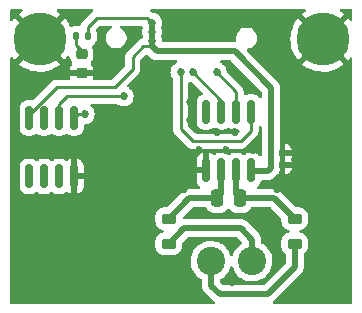
<source format=gbr>
%TF.GenerationSoftware,KiCad,Pcbnew,(6.0.0-0)*%
%TF.CreationDate,2022-03-04T22:18:36-05:00*%
%TF.ProjectId,thermalcouple,74686572-6d61-46c6-936f-75706c652e6b,rev?*%
%TF.SameCoordinates,Original*%
%TF.FileFunction,Copper,L1,Top*%
%TF.FilePolarity,Positive*%
%FSLAX46Y46*%
G04 Gerber Fmt 4.6, Leading zero omitted, Abs format (unit mm)*
G04 Created by KiCad (PCBNEW (6.0.0-0)) date 2022-03-04 22:18:36*
%MOMM*%
%LPD*%
G01*
G04 APERTURE LIST*
G04 Aperture macros list*
%AMRoundRect*
0 Rectangle with rounded corners*
0 $1 Rounding radius*
0 $2 $3 $4 $5 $6 $7 $8 $9 X,Y pos of 4 corners*
0 Add a 4 corners polygon primitive as box body*
4,1,4,$2,$3,$4,$5,$6,$7,$8,$9,$2,$3,0*
0 Add four circle primitives for the rounded corners*
1,1,$1+$1,$2,$3*
1,1,$1+$1,$4,$5*
1,1,$1+$1,$6,$7*
1,1,$1+$1,$8,$9*
0 Add four rect primitives between the rounded corners*
20,1,$1+$1,$2,$3,$4,$5,0*
20,1,$1+$1,$4,$5,$6,$7,0*
20,1,$1+$1,$6,$7,$8,$9,0*
20,1,$1+$1,$8,$9,$2,$3,0*%
G04 Aperture macros list end*
%TA.AperFunction,SMDPad,CuDef*%
%ADD10RoundRect,0.150000X0.150000X-0.825000X0.150000X0.825000X-0.150000X0.825000X-0.150000X-0.825000X0*%
%TD*%
%TA.AperFunction,ComponentPad*%
%ADD11C,2.400000*%
%TD*%
%TA.AperFunction,SMDPad,CuDef*%
%ADD12RoundRect,0.218750X0.381250X-0.218750X0.381250X0.218750X-0.381250X0.218750X-0.381250X-0.218750X0*%
%TD*%
%TA.AperFunction,SMDPad,CuDef*%
%ADD13RoundRect,0.140000X-0.140000X-0.170000X0.140000X-0.170000X0.140000X0.170000X-0.140000X0.170000X0*%
%TD*%
%TA.AperFunction,SMDPad,CuDef*%
%ADD14RoundRect,0.250000X0.250000X0.475000X-0.250000X0.475000X-0.250000X-0.475000X0.250000X-0.475000X0*%
%TD*%
%TA.AperFunction,ComponentPad*%
%ADD15C,4.500000*%
%TD*%
%TA.AperFunction,SMDPad,CuDef*%
%ADD16RoundRect,0.135000X0.135000X0.185000X-0.135000X0.185000X-0.135000X-0.185000X0.135000X-0.185000X0*%
%TD*%
%TA.AperFunction,SMDPad,CuDef*%
%ADD17RoundRect,0.218750X-0.256250X0.218750X-0.256250X-0.218750X0.256250X-0.218750X0.256250X0.218750X0*%
%TD*%
%TA.AperFunction,ViaPad*%
%ADD18C,0.685800*%
%TD*%
%TA.AperFunction,Conductor*%
%ADD19C,0.254000*%
%TD*%
%TA.AperFunction,Conductor*%
%ADD20C,0.508000*%
%TD*%
G04 APERTURE END LIST*
D10*
%TO.P,U1,1,GND*%
%TO.N,GND*%
X109093000Y-75119000D03*
%TO.P,U1,2,T-*%
%TO.N,Net-(C1-Pad2)*%
X110363000Y-75119000D03*
%TO.P,U1,3,T+*%
%TO.N,Net-(C1-Pad1)*%
X111633000Y-75119000D03*
%TO.P,U1,4,VCC*%
%TO.N,/3V3*%
X112903000Y-75119000D03*
%TO.P,U1,5,SCK*%
%TO.N,/SCK*%
X112903000Y-70169000D03*
%TO.P,U1,6,~{CS}*%
%TO.N,/CS*%
X111633000Y-70169000D03*
%TO.P,U1,7,SO*%
%TO.N,/MISO*%
X110363000Y-70169000D03*
%TO.P,U1,8*%
%TO.N,N/C*%
X109093000Y-70169000D03*
%TD*%
D11*
%TO.P,J1,1,Pin_1*%
%TO.N,Net-(FB1-Pad1)*%
X109502000Y-82804000D03*
%TO.P,J1,2,Pin_2*%
%TO.N,Net-(FB2-Pad1)*%
X113002000Y-82804000D03*
%TD*%
D12*
%TO.P,FB2,2*%
%TO.N,Net-(C1-Pad2)*%
X105918000Y-79201500D03*
%TO.P,FB2,1*%
%TO.N,Net-(FB2-Pad1)*%
X105918000Y-81326500D03*
%TD*%
%TO.P,FB1,1*%
%TO.N,Net-(FB1-Pad1)*%
X116586000Y-81326500D03*
%TO.P,FB1,2*%
%TO.N,Net-(C1-Pad1)*%
X116586000Y-79201500D03*
%TD*%
D13*
%TO.P,C3,1*%
%TO.N,/3V3*%
X114582000Y-74676000D03*
%TO.P,C3,2*%
%TO.N,GND*%
X115542000Y-74676000D03*
%TD*%
%TO.P,C2,1*%
%TO.N,/3V3*%
X114582000Y-73660000D03*
%TO.P,C2,2*%
%TO.N,GND*%
X115542000Y-73660000D03*
%TD*%
D14*
%TO.P,C1,1*%
%TO.N,Net-(C1-Pad1)*%
X111948000Y-77470000D03*
%TO.P,C1,2*%
%TO.N,Net-(C1-Pad2)*%
X110048000Y-77470000D03*
%TD*%
D15*
%TO.P,H1,1,1*%
%TO.N,GND*%
X95000000Y-64000000D03*
%TD*%
%TO.P,H2,1,1*%
%TO.N,GND*%
X119000000Y-64000000D03*
%TD*%
D16*
%TO.P,R1,1*%
%TO.N,/3V3*%
X99062000Y-63754000D03*
%TO.P,R1,2*%
%TO.N,Net-(D1-Pad2)*%
X98042000Y-63754000D03*
%TD*%
D10*
%TO.P,U3,1,E0*%
%TO.N,unconnected-(U3-Pad1)*%
X94107000Y-75627000D03*
%TO.P,U3,2,E1*%
%TO.N,unconnected-(U3-Pad2)*%
X95377000Y-75627000D03*
%TO.P,U3,3,E2*%
%TO.N,unconnected-(U3-Pad3)*%
X96647000Y-75627000D03*
%TO.P,U3,4,VSS*%
%TO.N,GND*%
X97917000Y-75627000D03*
%TO.P,U3,5,SDA*%
%TO.N,/SDA_EEPROM*%
X97917000Y-70677000D03*
%TO.P,U3,6,SCL*%
%TO.N,/SCL_EEPROM*%
X96647000Y-70677000D03*
%TO.P,U3,7,~{WC}*%
%TO.N,unconnected-(U3-Pad7)*%
X95377000Y-70677000D03*
%TO.P,U3,8,VCC*%
%TO.N,/3V3*%
X94107000Y-70677000D03*
%TD*%
D17*
%TO.P,D1,1,K*%
%TO.N,GND*%
X98552000Y-66827500D03*
%TO.P,D1,2,A*%
%TO.N,Net-(D1-Pad2)*%
X98552000Y-65252500D03*
%TD*%
D18*
%TO.N,/3V3*%
X104496500Y-63397500D03*
X104496500Y-62635500D03*
X104496500Y-64159500D03*
%TO.N,GND*%
X115062000Y-76708000D03*
X107188000Y-76708000D03*
X108458000Y-73406000D03*
X112776000Y-68326000D03*
X105410000Y-70866000D03*
X105410000Y-69342000D03*
X107696000Y-70866000D03*
X107696000Y-69342000D03*
X116586000Y-67818000D03*
X116586000Y-70104000D03*
X116586000Y-72136000D03*
X113030000Y-73406000D03*
X110744000Y-73406000D03*
X111506000Y-71882000D03*
X109982000Y-71882000D03*
X103632000Y-80264000D03*
X114300000Y-78740000D03*
X108204000Y-78740000D03*
X107696000Y-84582000D03*
X111252000Y-84582000D03*
X111252000Y-81280000D03*
X114300000Y-80264000D03*
%TO.N,/CS*%
X109982000Y-66802000D03*
%TO.N,/MISO*%
X107950000Y-66802000D03*
%TO.N,/SCK*%
X106934000Y-66802000D03*
%TO.N,GND*%
X96012000Y-73152000D03*
X104013000Y-66675000D03*
X104013000Y-67564000D03*
X97282000Y-73152000D03*
X94742000Y-73152000D03*
X104013000Y-65786000D03*
%TO.N,/SDA_EEPROM*%
X98806000Y-70358000D03*
%TO.N,/SCL_EEPROM*%
X102108000Y-68834000D03*
%TD*%
D19*
%TO.N,/3V3*%
X104496500Y-62635500D02*
X104091000Y-62230000D01*
X99062000Y-62990000D02*
X99062000Y-63754000D01*
X104091000Y-62230000D02*
X99822000Y-62230000D01*
X99822000Y-62230000D02*
X99062000Y-62990000D01*
D20*
X104496500Y-63397500D02*
X104496500Y-62635500D01*
X104496500Y-64159500D02*
X104496500Y-63397500D01*
X104496500Y-64159500D02*
X104496500Y-64618500D01*
D19*
X102870000Y-65532000D02*
X103783500Y-64618500D01*
X103783500Y-64618500D02*
X104496500Y-64618500D01*
D20*
X114582000Y-74902000D02*
X114300000Y-75184000D01*
X114300000Y-75184000D02*
X112968000Y-75184000D01*
X114582000Y-74676000D02*
X114582000Y-74902000D01*
X112968000Y-75184000D02*
X112903000Y-75119000D01*
X114582000Y-73660000D02*
X114582000Y-74676000D01*
X111506000Y-65024000D02*
X114582000Y-68100000D01*
X104496500Y-64618500D02*
X104902000Y-65024000D01*
X104902000Y-65024000D02*
X111506000Y-65024000D01*
X114582000Y-68100000D02*
X114582000Y-73660000D01*
D19*
%TO.N,/SCK*%
X106934000Y-71628000D02*
X106934000Y-66802000D01*
X107696000Y-72390000D02*
X106934000Y-71628000D01*
X112903000Y-71755000D02*
X112014000Y-72644000D01*
X112903000Y-70169000D02*
X112903000Y-71755000D01*
X112014000Y-72644000D02*
X107950000Y-72644000D01*
X107950000Y-72644000D02*
X107696000Y-72390000D01*
%TO.N,/MISO*%
X110363000Y-69215000D02*
X107950000Y-66802000D01*
X110363000Y-70169000D02*
X110363000Y-69215000D01*
%TO.N,/CS*%
X111633000Y-68453000D02*
X109982000Y-66802000D01*
X111633000Y-70169000D02*
X111633000Y-68453000D01*
D20*
%TO.N,Net-(C1-Pad1)*%
X111633000Y-75119000D02*
X111633000Y-77155000D01*
X111633000Y-77155000D02*
X111948000Y-77470000D01*
%TO.N,Net-(C1-Pad2)*%
X110363000Y-75119000D02*
X110363000Y-77155000D01*
X110363000Y-77155000D02*
X110048000Y-77470000D01*
%TO.N,Net-(C1-Pad1)*%
X116586000Y-79201500D02*
X114854500Y-77470000D01*
X114854500Y-77470000D02*
X111948000Y-77470000D01*
%TO.N,Net-(C1-Pad2)*%
X105918000Y-79201500D02*
X107649500Y-77470000D01*
X107649500Y-77470000D02*
X110048000Y-77470000D01*
%TO.N,Net-(FB1-Pad1)*%
X109502000Y-82804000D02*
X109502000Y-84864000D01*
X110236000Y-85598000D02*
X114300000Y-85598000D01*
X109502000Y-84864000D02*
X110236000Y-85598000D01*
X114300000Y-85598000D02*
X116586000Y-83312000D01*
X116586000Y-83312000D02*
X116586000Y-81326500D01*
%TO.N,Net-(FB2-Pad1)*%
X113002000Y-82804000D02*
X113002000Y-80998000D01*
X113002000Y-80998000D02*
X112014000Y-80010000D01*
X112014000Y-80010000D02*
X107234500Y-80010000D01*
X107234500Y-80010000D02*
X105918000Y-81326500D01*
D19*
%TO.N,Net-(D1-Pad2)*%
X98042000Y-64514000D02*
X98042000Y-63754000D01*
X98552000Y-65024000D02*
X98042000Y-64514000D01*
X98552000Y-65252500D02*
X98552000Y-65024000D01*
%TO.N,/3V3*%
X101346000Y-68072000D02*
X102870000Y-66548000D01*
X102870000Y-66548000D02*
X102870000Y-65532000D01*
X94107000Y-70677000D02*
X94107000Y-70401337D01*
X96436337Y-68072000D02*
X101346000Y-68072000D01*
X94107000Y-70401337D02*
X96436337Y-68072000D01*
%TO.N,/SDA_EEPROM*%
X98806000Y-70358000D02*
X98236000Y-70358000D01*
X98236000Y-70358000D02*
X97917000Y-70677000D01*
%TO.N,/SCL_EEPROM*%
X97282000Y-68834000D02*
X96647000Y-69469000D01*
X102108000Y-68834000D02*
X97282000Y-68834000D01*
X96647000Y-69469000D02*
X96647000Y-70677000D01*
%TD*%
%TA.AperFunction,Conductor*%
%TO.N,GND*%
G36*
X93508556Y-61466002D02*
G01*
X93555049Y-61519658D01*
X93565153Y-61589932D01*
X93535659Y-61654512D01*
X93504858Y-61680285D01*
X93450196Y-61712805D01*
X93443945Y-61717053D01*
X93250733Y-61866115D01*
X93242267Y-61877773D01*
X93248871Y-61889661D01*
X94987188Y-63627978D01*
X95001132Y-63635592D01*
X95002965Y-63635461D01*
X95009580Y-63631210D01*
X96750162Y-61890628D01*
X96757174Y-61877787D01*
X96749379Y-61867098D01*
X96579886Y-61733481D01*
X96573663Y-61729156D01*
X96492326Y-61679605D01*
X96444557Y-61627082D01*
X96432767Y-61557071D01*
X96460699Y-61491800D01*
X96519485Y-61451992D01*
X96557879Y-61446000D01*
X99432118Y-61446000D01*
X99500239Y-61466002D01*
X99546732Y-61519658D01*
X99556836Y-61589932D01*
X99527342Y-61654512D01*
X99506180Y-61673935D01*
X99477519Y-61694759D01*
X99467595Y-61701278D01*
X99436224Y-61719830D01*
X99436219Y-61719834D01*
X99429401Y-61723866D01*
X99415014Y-61738253D01*
X99399980Y-61751094D01*
X99383513Y-61763058D01*
X99378460Y-61769166D01*
X99355228Y-61797249D01*
X99347238Y-61806029D01*
X98668517Y-62484750D01*
X98660191Y-62492326D01*
X98653697Y-62496447D01*
X98648274Y-62502222D01*
X98606915Y-62546265D01*
X98604160Y-62549107D01*
X98584361Y-62568906D01*
X98581937Y-62572031D01*
X98581929Y-62572040D01*
X98581863Y-62572126D01*
X98574155Y-62581151D01*
X98543783Y-62613494D01*
X98539965Y-62620438D01*
X98539964Y-62620440D01*
X98533978Y-62631329D01*
X98523127Y-62647847D01*
X98510650Y-62663933D01*
X98493024Y-62704666D01*
X98487807Y-62715314D01*
X98466431Y-62754197D01*
X98464460Y-62761872D01*
X98464458Y-62761878D01*
X98461369Y-62773911D01*
X98454966Y-62792613D01*
X98446883Y-62811292D01*
X98445644Y-62819114D01*
X98445643Y-62819118D01*
X98444104Y-62828838D01*
X98413692Y-62892991D01*
X98353425Y-62930518D01*
X98291191Y-62930161D01*
X98290979Y-62931323D01*
X98284643Y-62930165D01*
X98278466Y-62928371D01*
X98272059Y-62927867D01*
X98272055Y-62927866D01*
X98244444Y-62925693D01*
X98244438Y-62925693D01*
X98241989Y-62925500D01*
X98042122Y-62925500D01*
X97842012Y-62925501D01*
X97805534Y-62928371D01*
X97765562Y-62939984D01*
X97677727Y-62965502D01*
X97606730Y-62965299D01*
X97547114Y-62926745D01*
X97527602Y-62896055D01*
X97450172Y-62723363D01*
X97446655Y-62716636D01*
X97279054Y-62438252D01*
X97274757Y-62431999D01*
X97133617Y-62251022D01*
X97121823Y-62242551D01*
X97110113Y-62249097D01*
X95372022Y-63987188D01*
X95364408Y-64001132D01*
X95364539Y-64002965D01*
X95368790Y-64009580D01*
X97108825Y-65749615D01*
X97121948Y-65756781D01*
X97132250Y-65749391D01*
X97241429Y-65615285D01*
X97245842Y-65609144D01*
X97336608Y-65465287D01*
X97389874Y-65418349D01*
X97460062Y-65407659D01*
X97524886Y-65436613D01*
X97563766Y-65496018D01*
X97567934Y-65519631D01*
X97568500Y-65519572D01*
X97579022Y-65620982D01*
X97632692Y-65781849D01*
X97721929Y-65926055D01*
X97727107Y-65931224D01*
X97747159Y-65951241D01*
X97781238Y-66013523D01*
X97776235Y-66084343D01*
X97747314Y-66129432D01*
X97726702Y-66150080D01*
X97717690Y-66161491D01*
X97636447Y-66293291D01*
X97630303Y-66306468D01*
X97581421Y-66453843D01*
X97578555Y-66467210D01*
X97569386Y-66556700D01*
X97573475Y-66570624D01*
X97574865Y-66571829D01*
X97582548Y-66573500D01*
X99516885Y-66573500D01*
X99532124Y-66569025D01*
X99533329Y-66567635D01*
X99534842Y-66560679D01*
X99534663Y-66557218D01*
X99525196Y-66465979D01*
X99522303Y-66452583D01*
X99473170Y-66305313D01*
X99466996Y-66292134D01*
X99385530Y-66160486D01*
X99376494Y-66149085D01*
X99356842Y-66129467D01*
X99322763Y-66067184D01*
X99327766Y-65996364D01*
X99356686Y-65951277D01*
X99377692Y-65930234D01*
X99382864Y-65925053D01*
X99471849Y-65780692D01*
X99505162Y-65680259D01*
X99523072Y-65626262D01*
X99523072Y-65626260D01*
X99525238Y-65619731D01*
X99535500Y-65519572D01*
X99535500Y-64985428D01*
X99524978Y-64884018D01*
X99471308Y-64723151D01*
X99467458Y-64716929D01*
X99467454Y-64716921D01*
X99448910Y-64686953D01*
X99430073Y-64618501D01*
X99451235Y-64550732D01*
X99491916Y-64512198D01*
X99587720Y-64455540D01*
X99594541Y-64451506D01*
X99709506Y-64336541D01*
X99792269Y-64196596D01*
X99803047Y-64159500D01*
X99835834Y-64046644D01*
X99837629Y-64040466D01*
X99838578Y-64028419D01*
X99840307Y-64006444D01*
X99840307Y-64006438D01*
X99840500Y-64003989D01*
X99840499Y-63504012D01*
X99837629Y-63467534D01*
X99792269Y-63311404D01*
X99785182Y-63299420D01*
X99767725Y-63230603D01*
X99790244Y-63163272D01*
X99804543Y-63146189D01*
X100048327Y-62902405D01*
X100110639Y-62868379D01*
X100137422Y-62865500D01*
X101020069Y-62865500D01*
X101088190Y-62885502D01*
X101134683Y-62939158D01*
X101144787Y-63009432D01*
X101115293Y-63074012D01*
X101083070Y-63100619D01*
X100950376Y-63177229D01*
X100945469Y-63181647D01*
X100945468Y-63181648D01*
X100896130Y-63226073D01*
X100811579Y-63302203D01*
X100701798Y-63453303D01*
X100699114Y-63459331D01*
X100699113Y-63459333D01*
X100644601Y-63581770D01*
X100625832Y-63623926D01*
X100587000Y-63806615D01*
X100587000Y-63993385D01*
X100588372Y-63999837D01*
X100588372Y-63999842D01*
X100599940Y-64054261D01*
X100625832Y-64176074D01*
X100628517Y-64182104D01*
X100628517Y-64182105D01*
X100684097Y-64306939D01*
X100701798Y-64346697D01*
X100705678Y-64352038D01*
X100705679Y-64352039D01*
X100773873Y-64445900D01*
X100811579Y-64497797D01*
X100816481Y-64502210D01*
X100816482Y-64502212D01*
X100945468Y-64618352D01*
X100950376Y-64622771D01*
X100956097Y-64626074D01*
X100970839Y-64634585D01*
X101112124Y-64716156D01*
X101155021Y-64730094D01*
X101283474Y-64771831D01*
X101283475Y-64771831D01*
X101289753Y-64773871D01*
X101296316Y-64774561D01*
X101296317Y-64774561D01*
X101319097Y-64776955D01*
X101428937Y-64788500D01*
X101522063Y-64788500D01*
X101631903Y-64776955D01*
X101654683Y-64774561D01*
X101654684Y-64774561D01*
X101661247Y-64773871D01*
X101667525Y-64771831D01*
X101667526Y-64771831D01*
X101795979Y-64730094D01*
X101838876Y-64716156D01*
X101980162Y-64634585D01*
X101994903Y-64626074D01*
X102000624Y-64622771D01*
X102005532Y-64618352D01*
X102134518Y-64502212D01*
X102134519Y-64502210D01*
X102139421Y-64497797D01*
X102177127Y-64445900D01*
X102245321Y-64352039D01*
X102245322Y-64352038D01*
X102249202Y-64346697D01*
X102266904Y-64306939D01*
X102322483Y-64182105D01*
X102322483Y-64182104D01*
X102325168Y-64176074D01*
X102351060Y-64054261D01*
X102362628Y-63999842D01*
X102362628Y-63999837D01*
X102364000Y-63993385D01*
X102364000Y-63806615D01*
X102325168Y-63623926D01*
X102306399Y-63581770D01*
X102251887Y-63459333D01*
X102251886Y-63459331D01*
X102249202Y-63453303D01*
X102139421Y-63302203D01*
X102054871Y-63226073D01*
X102005532Y-63181648D01*
X102005531Y-63181647D01*
X102000624Y-63177229D01*
X101867931Y-63100619D01*
X101818938Y-63049237D01*
X101805502Y-62979523D01*
X101831888Y-62913612D01*
X101889720Y-62872430D01*
X101930931Y-62865500D01*
X103584472Y-62865500D01*
X103652593Y-62885502D01*
X103699086Y-62939158D01*
X103704305Y-62952564D01*
X103712428Y-62977564D01*
X103712428Y-63055436D01*
X103671420Y-63181648D01*
X103659118Y-63219509D01*
X103658428Y-63226072D01*
X103658428Y-63226073D01*
X103649459Y-63311404D01*
X103640410Y-63397500D01*
X103659118Y-63575491D01*
X103661158Y-63581769D01*
X103661158Y-63581770D01*
X103712428Y-63739564D01*
X103712428Y-63817435D01*
X103676419Y-63928262D01*
X103636346Y-63986868D01*
X103602967Y-64006480D01*
X103582942Y-64014408D01*
X103571715Y-64018252D01*
X103555035Y-64023098D01*
X103529107Y-64030631D01*
X103522280Y-64034669D01*
X103522277Y-64034670D01*
X103511594Y-64040988D01*
X103493836Y-64049688D01*
X103482285Y-64054261D01*
X103482279Y-64054265D01*
X103474912Y-64057181D01*
X103468501Y-64061839D01*
X103468499Y-64061840D01*
X103439012Y-64083264D01*
X103429090Y-64089781D01*
X103397732Y-64108326D01*
X103397728Y-64108329D01*
X103390902Y-64112366D01*
X103376518Y-64126750D01*
X103361484Y-64139591D01*
X103345013Y-64151558D01*
X103324732Y-64176074D01*
X103316727Y-64185750D01*
X103308737Y-64194531D01*
X102476512Y-65026755D01*
X102468193Y-65034325D01*
X102461697Y-65038447D01*
X102456271Y-65044225D01*
X102456270Y-65044226D01*
X102414915Y-65088265D01*
X102412160Y-65091107D01*
X102392361Y-65110906D01*
X102389937Y-65114031D01*
X102389929Y-65114040D01*
X102389863Y-65114126D01*
X102382155Y-65123151D01*
X102351783Y-65155494D01*
X102347965Y-65162438D01*
X102347964Y-65162440D01*
X102341978Y-65173329D01*
X102331127Y-65189847D01*
X102318650Y-65205933D01*
X102301024Y-65246666D01*
X102295807Y-65257314D01*
X102274431Y-65296197D01*
X102272460Y-65303872D01*
X102272458Y-65303878D01*
X102269369Y-65315911D01*
X102262966Y-65334613D01*
X102254883Y-65353292D01*
X102253644Y-65361117D01*
X102247940Y-65397127D01*
X102245535Y-65408740D01*
X102234500Y-65451718D01*
X102234500Y-65472065D01*
X102232949Y-65491776D01*
X102229765Y-65511879D01*
X102230511Y-65519771D01*
X102233941Y-65556056D01*
X102234500Y-65567914D01*
X102234500Y-66232577D01*
X102214498Y-66300698D01*
X102197595Y-66321672D01*
X101119672Y-67399595D01*
X101057360Y-67433621D01*
X101030577Y-67436500D01*
X99619062Y-67436500D01*
X99550941Y-67416498D01*
X99504448Y-67362842D01*
X99494344Y-67292568D01*
X99499469Y-67270834D01*
X99522578Y-67201160D01*
X99525445Y-67187790D01*
X99534614Y-67098300D01*
X99530525Y-67084376D01*
X99529135Y-67083171D01*
X99521452Y-67081500D01*
X97587115Y-67081500D01*
X97571876Y-67085975D01*
X97570671Y-67087365D01*
X97569158Y-67094321D01*
X97569337Y-67097782D01*
X97578804Y-67189021D01*
X97581697Y-67202417D01*
X97604453Y-67270624D01*
X97607037Y-67341573D01*
X97570854Y-67402657D01*
X97507390Y-67434482D01*
X97484929Y-67436500D01*
X96515369Y-67436500D01*
X96504130Y-67435970D01*
X96496618Y-67434291D01*
X96488693Y-67434540D01*
X96488692Y-67434540D01*
X96428307Y-67436438D01*
X96424349Y-67436500D01*
X96396354Y-67436500D01*
X96392420Y-67436997D01*
X96392418Y-67436997D01*
X96392331Y-67437008D01*
X96380497Y-67437940D01*
X96336132Y-67439335D01*
X96328519Y-67441547D01*
X96328518Y-67441547D01*
X96316589Y-67445013D01*
X96297225Y-67449023D01*
X96284897Y-67450580D01*
X96284895Y-67450580D01*
X96277038Y-67451573D01*
X96269674Y-67454489D01*
X96269669Y-67454490D01*
X96235781Y-67467907D01*
X96224552Y-67471752D01*
X96207872Y-67476598D01*
X96181944Y-67484131D01*
X96175117Y-67488169D01*
X96175114Y-67488170D01*
X96164431Y-67494488D01*
X96146673Y-67503188D01*
X96135122Y-67507761D01*
X96135116Y-67507765D01*
X96127749Y-67510681D01*
X96121338Y-67515339D01*
X96121336Y-67515340D01*
X96091849Y-67536764D01*
X96081927Y-67543281D01*
X96050569Y-67561826D01*
X96050565Y-67561829D01*
X96043739Y-67565866D01*
X96029355Y-67580250D01*
X96014321Y-67593091D01*
X95997850Y-67605058D01*
X95992797Y-67611166D01*
X95969560Y-67639255D01*
X95961570Y-67648035D01*
X94450423Y-69159182D01*
X94388111Y-69193208D01*
X94351442Y-69195699D01*
X94325958Y-69193693D01*
X94325950Y-69193693D01*
X94323502Y-69193500D01*
X93890498Y-69193500D01*
X93888050Y-69193693D01*
X93888042Y-69193693D01*
X93859579Y-69195933D01*
X93859574Y-69195934D01*
X93853169Y-69196438D01*
X93753231Y-69225472D01*
X93701012Y-69240643D01*
X93701010Y-69240644D01*
X93693399Y-69242855D01*
X93686572Y-69246892D01*
X93686573Y-69246892D01*
X93557020Y-69323509D01*
X93557017Y-69323511D01*
X93550193Y-69327547D01*
X93432547Y-69445193D01*
X93428511Y-69452017D01*
X93428509Y-69452020D01*
X93403940Y-69493564D01*
X93347855Y-69588399D01*
X93301438Y-69748169D01*
X93298500Y-69785498D01*
X93298500Y-71568502D01*
X93298693Y-71570950D01*
X93298693Y-71570958D01*
X93300909Y-71599108D01*
X93301438Y-71605831D01*
X93319495Y-71667983D01*
X93336991Y-71728205D01*
X93347855Y-71765601D01*
X93351892Y-71772427D01*
X93428509Y-71901980D01*
X93428511Y-71901983D01*
X93432547Y-71908807D01*
X93550193Y-72026453D01*
X93557017Y-72030489D01*
X93557020Y-72030491D01*
X93630237Y-72073791D01*
X93693399Y-72111145D01*
X93701010Y-72113356D01*
X93701012Y-72113357D01*
X93739574Y-72124560D01*
X93853169Y-72157562D01*
X93859574Y-72158066D01*
X93859579Y-72158067D01*
X93888042Y-72160307D01*
X93888050Y-72160307D01*
X93890498Y-72160500D01*
X94323502Y-72160500D01*
X94325950Y-72160307D01*
X94325958Y-72160307D01*
X94354421Y-72158067D01*
X94354426Y-72158066D01*
X94360831Y-72157562D01*
X94474426Y-72124560D01*
X94512988Y-72113357D01*
X94512990Y-72113356D01*
X94520601Y-72111145D01*
X94663807Y-72026453D01*
X94666489Y-72023771D01*
X94730861Y-71998498D01*
X94800484Y-72012400D01*
X94816312Y-72022572D01*
X94820193Y-72026453D01*
X94963399Y-72111145D01*
X94971010Y-72113356D01*
X94971012Y-72113357D01*
X95009574Y-72124560D01*
X95123169Y-72157562D01*
X95129574Y-72158066D01*
X95129579Y-72158067D01*
X95158042Y-72160307D01*
X95158050Y-72160307D01*
X95160498Y-72160500D01*
X95593502Y-72160500D01*
X95595950Y-72160307D01*
X95595958Y-72160307D01*
X95624421Y-72158067D01*
X95624426Y-72158066D01*
X95630831Y-72157562D01*
X95744426Y-72124560D01*
X95782988Y-72113357D01*
X95782990Y-72113356D01*
X95790601Y-72111145D01*
X95933807Y-72026453D01*
X95936489Y-72023771D01*
X96000861Y-71998498D01*
X96070484Y-72012400D01*
X96086312Y-72022572D01*
X96090193Y-72026453D01*
X96233399Y-72111145D01*
X96241010Y-72113356D01*
X96241012Y-72113357D01*
X96279574Y-72124560D01*
X96393169Y-72157562D01*
X96399574Y-72158066D01*
X96399579Y-72158067D01*
X96428042Y-72160307D01*
X96428050Y-72160307D01*
X96430498Y-72160500D01*
X96863502Y-72160500D01*
X96865950Y-72160307D01*
X96865958Y-72160307D01*
X96894421Y-72158067D01*
X96894426Y-72158066D01*
X96900831Y-72157562D01*
X97014426Y-72124560D01*
X97052988Y-72113357D01*
X97052990Y-72113356D01*
X97060601Y-72111145D01*
X97203807Y-72026453D01*
X97206489Y-72023771D01*
X97270861Y-71998498D01*
X97340484Y-72012400D01*
X97356312Y-72022572D01*
X97360193Y-72026453D01*
X97503399Y-72111145D01*
X97511010Y-72113356D01*
X97511012Y-72113357D01*
X97549574Y-72124560D01*
X97663169Y-72157562D01*
X97669574Y-72158066D01*
X97669579Y-72158067D01*
X97698042Y-72160307D01*
X97698050Y-72160307D01*
X97700498Y-72160500D01*
X98133502Y-72160500D01*
X98135950Y-72160307D01*
X98135958Y-72160307D01*
X98164421Y-72158067D01*
X98164426Y-72158066D01*
X98170831Y-72157562D01*
X98284426Y-72124560D01*
X98322988Y-72113357D01*
X98322990Y-72113356D01*
X98330601Y-72111145D01*
X98393763Y-72073791D01*
X98466980Y-72030491D01*
X98466983Y-72030489D01*
X98473807Y-72026453D01*
X98591453Y-71908807D01*
X98595489Y-71901983D01*
X98595491Y-71901980D01*
X98672108Y-71772427D01*
X98676145Y-71765601D01*
X98687010Y-71728205D01*
X98704505Y-71667983D01*
X98722562Y-71605831D01*
X98723092Y-71599108D01*
X98725307Y-71570958D01*
X98725307Y-71570950D01*
X98725500Y-71568502D01*
X98725500Y-71335400D01*
X98745502Y-71267279D01*
X98799158Y-71220786D01*
X98851500Y-71209400D01*
X98895486Y-71209400D01*
X98901939Y-71208028D01*
X98901943Y-71208028D01*
X98983016Y-71190795D01*
X99070546Y-71172190D01*
X99076577Y-71169505D01*
X99228015Y-71102081D01*
X99228017Y-71102080D01*
X99234045Y-71099396D01*
X99287578Y-71060502D01*
X99373492Y-70998082D01*
X99373494Y-70998080D01*
X99378836Y-70994199D01*
X99498591Y-70861197D01*
X99588077Y-70706203D01*
X99643382Y-70535991D01*
X99662090Y-70358000D01*
X99643382Y-70180009D01*
X99588077Y-70009797D01*
X99498591Y-69854803D01*
X99433978Y-69783042D01*
X99383258Y-69726712D01*
X99383257Y-69726711D01*
X99378836Y-69721801D01*
X99345299Y-69697435D01*
X99301947Y-69641213D01*
X99295872Y-69570477D01*
X99329004Y-69507685D01*
X99390824Y-69472774D01*
X99419362Y-69469500D01*
X101493262Y-69469500D01*
X101561383Y-69489502D01*
X101567323Y-69493564D01*
X101673185Y-69570477D01*
X101679955Y-69575396D01*
X101685983Y-69578080D01*
X101685985Y-69578081D01*
X101772510Y-69616604D01*
X101843454Y-69648190D01*
X101930984Y-69666795D01*
X102012057Y-69684028D01*
X102012061Y-69684028D01*
X102018514Y-69685400D01*
X102197486Y-69685400D01*
X102203939Y-69684028D01*
X102203943Y-69684028D01*
X102285016Y-69666795D01*
X102372546Y-69648190D01*
X102443490Y-69616604D01*
X102530015Y-69578081D01*
X102530017Y-69578080D01*
X102536045Y-69575396D01*
X102541387Y-69571515D01*
X102675492Y-69474082D01*
X102675494Y-69474080D01*
X102680836Y-69470199D01*
X102685258Y-69465288D01*
X102796172Y-69342105D01*
X102796173Y-69342104D01*
X102800591Y-69337197D01*
X102880822Y-69198233D01*
X102886773Y-69187926D01*
X102886774Y-69187925D01*
X102890077Y-69182203D01*
X102945382Y-69011991D01*
X102964090Y-68834000D01*
X102962571Y-68819547D01*
X102946072Y-68662573D01*
X102946072Y-68662572D01*
X102945382Y-68656009D01*
X102890077Y-68485797D01*
X102866506Y-68444970D01*
X102828379Y-68378933D01*
X102800591Y-68330803D01*
X102767185Y-68293701D01*
X102685258Y-68202712D01*
X102685257Y-68202711D01*
X102680836Y-68197801D01*
X102672551Y-68191781D01*
X102541387Y-68096485D01*
X102541386Y-68096484D01*
X102536045Y-68092604D01*
X102487701Y-68071080D01*
X102433605Y-68025101D01*
X102412955Y-67957174D01*
X102432307Y-67888865D01*
X102449854Y-67866878D01*
X103263477Y-67053255D01*
X103271803Y-67045678D01*
X103278303Y-67041553D01*
X103325101Y-66991718D01*
X103327855Y-66988877D01*
X103347638Y-66969094D01*
X103350129Y-66965883D01*
X103357838Y-66956856D01*
X103382789Y-66930286D01*
X103388217Y-66924506D01*
X103398022Y-66906671D01*
X103408876Y-66890147D01*
X103416491Y-66880330D01*
X103416492Y-66880329D01*
X103421349Y-66874067D01*
X103438969Y-66833350D01*
X103444192Y-66822689D01*
X103461749Y-66790753D01*
X103461751Y-66790748D01*
X103465569Y-66783803D01*
X103467539Y-66776129D01*
X103467542Y-66776122D01*
X103470632Y-66764087D01*
X103477036Y-66745382D01*
X103481967Y-66733987D01*
X103485117Y-66726708D01*
X103492060Y-66682873D01*
X103494467Y-66671251D01*
X103505500Y-66628282D01*
X103505500Y-66607935D01*
X103507051Y-66588224D01*
X103508995Y-66575950D01*
X103510235Y-66568121D01*
X103506059Y-66523944D01*
X103505500Y-66512086D01*
X103505500Y-65847423D01*
X103525502Y-65779302D01*
X103542405Y-65758327D01*
X103961103Y-65339630D01*
X104023415Y-65305605D01*
X104094231Y-65310670D01*
X104139293Y-65339631D01*
X104315190Y-65515528D01*
X104327577Y-65529941D01*
X104340546Y-65547564D01*
X104367640Y-65570582D01*
X104381055Y-65581979D01*
X104388571Y-65588909D01*
X104394315Y-65594653D01*
X104397189Y-65596927D01*
X104397196Y-65596933D01*
X104416711Y-65612372D01*
X104420115Y-65615163D01*
X104470472Y-65657945D01*
X104470476Y-65657948D01*
X104476051Y-65662684D01*
X104482568Y-65666012D01*
X104487632Y-65669389D01*
X104492856Y-65672616D01*
X104498600Y-65677160D01*
X104565104Y-65708242D01*
X104569001Y-65710147D01*
X104634404Y-65743543D01*
X104641518Y-65745284D01*
X104647252Y-65747416D01*
X104653048Y-65749344D01*
X104659680Y-65752444D01*
X104731555Y-65767394D01*
X104735839Y-65768364D01*
X104807112Y-65785804D01*
X104812714Y-65786152D01*
X104812717Y-65786152D01*
X104818330Y-65786500D01*
X104818328Y-65786537D01*
X104822227Y-65786773D01*
X104826598Y-65787163D01*
X104833757Y-65788652D01*
X104911577Y-65786546D01*
X104914986Y-65786500D01*
X106528819Y-65786500D01*
X106596940Y-65806502D01*
X106643433Y-65860158D01*
X106653537Y-65930432D01*
X106624043Y-65995012D01*
X106580068Y-66027607D01*
X106511985Y-66057919D01*
X106511983Y-66057920D01*
X106505955Y-66060604D01*
X106500614Y-66064484D01*
X106500613Y-66064485D01*
X106384172Y-66149085D01*
X106361164Y-66165801D01*
X106241409Y-66298803D01*
X106151923Y-66453797D01*
X106149881Y-66460082D01*
X106105064Y-66598016D01*
X106096618Y-66624009D01*
X106095928Y-66630572D01*
X106095928Y-66630573D01*
X106091635Y-66671420D01*
X106077910Y-66802000D01*
X106096618Y-66979991D01*
X106098658Y-66986269D01*
X106098658Y-66986270D01*
X106114743Y-67035774D01*
X106151923Y-67150203D01*
X106241409Y-67305197D01*
X106266137Y-67332660D01*
X106296853Y-67396666D01*
X106298500Y-67416969D01*
X106298500Y-71548980D01*
X106297970Y-71560214D01*
X106296292Y-71567719D01*
X106296541Y-71575638D01*
X106298438Y-71636012D01*
X106298500Y-71639969D01*
X106298500Y-71667983D01*
X106298996Y-71671908D01*
X106298996Y-71671909D01*
X106299008Y-71672004D01*
X106299942Y-71683856D01*
X106301049Y-71719086D01*
X106301335Y-71728205D01*
X106303547Y-71735817D01*
X106307013Y-71747748D01*
X106311023Y-71767112D01*
X106313573Y-71787299D01*
X106316489Y-71794663D01*
X106316490Y-71794668D01*
X106329907Y-71828556D01*
X106333752Y-71839785D01*
X106338598Y-71856465D01*
X106346131Y-71882393D01*
X106350169Y-71889220D01*
X106350170Y-71889223D01*
X106356488Y-71899906D01*
X106365188Y-71917664D01*
X106369761Y-71929215D01*
X106369765Y-71929221D01*
X106372681Y-71936588D01*
X106397748Y-71971089D01*
X106398764Y-71972488D01*
X106405281Y-71982410D01*
X106423826Y-72013768D01*
X106423829Y-72013772D01*
X106427866Y-72020598D01*
X106442250Y-72034982D01*
X106455091Y-72050016D01*
X106467058Y-72066487D01*
X106492254Y-72087331D01*
X106501250Y-72094773D01*
X106510031Y-72102763D01*
X107274905Y-72867638D01*
X107274920Y-72867652D01*
X107444745Y-73037477D01*
X107452322Y-73045803D01*
X107456447Y-73052303D01*
X107462225Y-73057729D01*
X107462226Y-73057730D01*
X107506281Y-73099100D01*
X107509123Y-73101855D01*
X107528906Y-73121638D01*
X107532114Y-73124126D01*
X107541143Y-73131837D01*
X107573494Y-73162217D01*
X107580443Y-73166037D01*
X107591329Y-73172022D01*
X107607853Y-73182876D01*
X107623933Y-73195349D01*
X107631210Y-73198498D01*
X107664650Y-73212969D01*
X107675311Y-73218192D01*
X107707247Y-73235749D01*
X107707252Y-73235751D01*
X107714197Y-73239569D01*
X107721871Y-73241539D01*
X107721878Y-73241542D01*
X107733913Y-73244632D01*
X107752618Y-73251036D01*
X107764013Y-73255967D01*
X107771292Y-73259117D01*
X107786401Y-73261510D01*
X107815127Y-73266060D01*
X107826740Y-73268465D01*
X107869718Y-73279500D01*
X107890065Y-73279500D01*
X107909777Y-73281051D01*
X107929879Y-73284235D01*
X107937771Y-73283489D01*
X107974056Y-73280059D01*
X107985914Y-73279500D01*
X111934980Y-73279500D01*
X111946214Y-73280030D01*
X111953719Y-73281708D01*
X112022012Y-73279562D01*
X112025969Y-73279500D01*
X112053983Y-73279500D01*
X112057908Y-73279004D01*
X112057909Y-73279004D01*
X112058004Y-73278992D01*
X112069849Y-73278059D01*
X112099670Y-73277122D01*
X112106282Y-73276914D01*
X112106283Y-73276914D01*
X112114205Y-73276665D01*
X112133749Y-73270987D01*
X112153112Y-73266977D01*
X112165440Y-73265420D01*
X112165442Y-73265420D01*
X112173299Y-73264427D01*
X112180663Y-73261511D01*
X112180668Y-73261510D01*
X112214556Y-73248093D01*
X112225785Y-73244248D01*
X112246546Y-73238216D01*
X112268393Y-73231869D01*
X112275220Y-73227831D01*
X112275223Y-73227830D01*
X112285906Y-73221512D01*
X112303664Y-73212812D01*
X112315215Y-73208239D01*
X112315221Y-73208235D01*
X112322588Y-73205319D01*
X112331977Y-73198498D01*
X112358488Y-73179236D01*
X112368410Y-73172719D01*
X112399768Y-73154174D01*
X112399772Y-73154171D01*
X112406598Y-73150134D01*
X112420982Y-73135750D01*
X112436016Y-73122909D01*
X112446073Y-73115602D01*
X112452487Y-73110942D01*
X112480773Y-73076750D01*
X112488763Y-73067969D01*
X113296488Y-72260245D01*
X113304807Y-72252675D01*
X113311303Y-72248553D01*
X113358086Y-72198734D01*
X113360840Y-72195893D01*
X113380639Y-72176094D01*
X113383063Y-72172969D01*
X113383071Y-72172960D01*
X113383137Y-72172874D01*
X113390845Y-72163849D01*
X113415790Y-72137285D01*
X113421217Y-72131506D01*
X113431023Y-72113669D01*
X113441873Y-72097153D01*
X113454350Y-72081067D01*
X113471976Y-72040334D01*
X113477193Y-72029686D01*
X113490423Y-72005621D01*
X113498569Y-71990803D01*
X113500540Y-71983128D01*
X113500542Y-71983122D01*
X113503631Y-71971089D01*
X113510034Y-71952387D01*
X113518117Y-71933708D01*
X113525060Y-71889873D01*
X113527467Y-71878251D01*
X113530203Y-71867595D01*
X113538500Y-71835282D01*
X113538500Y-71814935D01*
X113540051Y-71795224D01*
X113541995Y-71782950D01*
X113543235Y-71775121D01*
X113539059Y-71730944D01*
X113538500Y-71719086D01*
X113538500Y-71491950D01*
X113558502Y-71423829D01*
X113567298Y-71412915D01*
X113566989Y-71412675D01*
X113571844Y-71406416D01*
X113577453Y-71400807D01*
X113585047Y-71387966D01*
X113636938Y-71339514D01*
X113706789Y-71326808D01*
X113772420Y-71353883D01*
X113812995Y-71412143D01*
X113819500Y-71452105D01*
X113819500Y-73290282D01*
X113814497Y-73325435D01*
X113798188Y-73381569D01*
X113798187Y-73381574D01*
X113796394Y-73387746D01*
X113795890Y-73394151D01*
X113795889Y-73394156D01*
X113794957Y-73406000D01*
X113793500Y-73424516D01*
X113793500Y-73799325D01*
X113773498Y-73867446D01*
X113719842Y-73913939D01*
X113649568Y-73924043D01*
X113584988Y-73894549D01*
X113577744Y-73886902D01*
X113577453Y-73887193D01*
X113459807Y-73769547D01*
X113452983Y-73765511D01*
X113452980Y-73765509D01*
X113323427Y-73688892D01*
X113323428Y-73688892D01*
X113316601Y-73684855D01*
X113308990Y-73682644D01*
X113308988Y-73682643D01*
X113221142Y-73657122D01*
X113156831Y-73638438D01*
X113150426Y-73637934D01*
X113150421Y-73637933D01*
X113121958Y-73635693D01*
X113121950Y-73635693D01*
X113119502Y-73635500D01*
X112686498Y-73635500D01*
X112684050Y-73635693D01*
X112684042Y-73635693D01*
X112655579Y-73637933D01*
X112655574Y-73637934D01*
X112649169Y-73638438D01*
X112584858Y-73657122D01*
X112497012Y-73682643D01*
X112497010Y-73682644D01*
X112489399Y-73684855D01*
X112346193Y-73769547D01*
X112343511Y-73772229D01*
X112279139Y-73797502D01*
X112209516Y-73783600D01*
X112193688Y-73773428D01*
X112189807Y-73769547D01*
X112046601Y-73684855D01*
X112038990Y-73682644D01*
X112038988Y-73682643D01*
X111951142Y-73657122D01*
X111886831Y-73638438D01*
X111880426Y-73637934D01*
X111880421Y-73637933D01*
X111851958Y-73635693D01*
X111851950Y-73635693D01*
X111849502Y-73635500D01*
X111416498Y-73635500D01*
X111414050Y-73635693D01*
X111414042Y-73635693D01*
X111385579Y-73637933D01*
X111385574Y-73637934D01*
X111379169Y-73638438D01*
X111314858Y-73657122D01*
X111227012Y-73682643D01*
X111227010Y-73682644D01*
X111219399Y-73684855D01*
X111076193Y-73769547D01*
X111073511Y-73772229D01*
X111009139Y-73797502D01*
X110939516Y-73783600D01*
X110923688Y-73773428D01*
X110919807Y-73769547D01*
X110776601Y-73684855D01*
X110768990Y-73682644D01*
X110768988Y-73682643D01*
X110681142Y-73657122D01*
X110616831Y-73638438D01*
X110610426Y-73637934D01*
X110610421Y-73637933D01*
X110581958Y-73635693D01*
X110581950Y-73635693D01*
X110579502Y-73635500D01*
X110146498Y-73635500D01*
X110144050Y-73635693D01*
X110144042Y-73635693D01*
X110115579Y-73637933D01*
X110115574Y-73637934D01*
X110109169Y-73638438D01*
X110044858Y-73657122D01*
X109957012Y-73682643D01*
X109957010Y-73682644D01*
X109949399Y-73684855D01*
X109806193Y-73769547D01*
X109803253Y-73772487D01*
X109738729Y-73797821D01*
X109669106Y-73783920D01*
X109650360Y-73771871D01*
X109642677Y-73765911D01*
X109513221Y-73689352D01*
X109498790Y-73683107D01*
X109364395Y-73644061D01*
X109350294Y-73644101D01*
X109347000Y-73651370D01*
X109347000Y-75247000D01*
X109326998Y-75315121D01*
X109273342Y-75361614D01*
X109221000Y-75373000D01*
X108303116Y-75373000D01*
X108287877Y-75377475D01*
X108286672Y-75378865D01*
X108285001Y-75386548D01*
X108285001Y-76007984D01*
X108285195Y-76012920D01*
X108287430Y-76041336D01*
X108289730Y-76053931D01*
X108332107Y-76199790D01*
X108338352Y-76214221D01*
X108414911Y-76343678D01*
X108424551Y-76356104D01*
X108530896Y-76462449D01*
X108543328Y-76472093D01*
X108544943Y-76473048D01*
X108545951Y-76474128D01*
X108549592Y-76476952D01*
X108549136Y-76477539D01*
X108593395Y-76524941D01*
X108606099Y-76594792D01*
X108579022Y-76660423D01*
X108520761Y-76700996D01*
X108480802Y-76707500D01*
X107716876Y-76707500D01*
X107697926Y-76706067D01*
X107683527Y-76703876D01*
X107683521Y-76703876D01*
X107676292Y-76702776D01*
X107669000Y-76703369D01*
X107668997Y-76703369D01*
X107623317Y-76707085D01*
X107613102Y-76707500D01*
X107604975Y-76707500D01*
X107601339Y-76707924D01*
X107601337Y-76707924D01*
X107597885Y-76708327D01*
X107576576Y-76710811D01*
X107572256Y-76711238D01*
X107499074Y-76717191D01*
X107492112Y-76719447D01*
X107486124Y-76720643D01*
X107480167Y-76722051D01*
X107472893Y-76722899D01*
X107466011Y-76725397D01*
X107466007Y-76725398D01*
X107403893Y-76747945D01*
X107399789Y-76749355D01*
X107329925Y-76771987D01*
X107323662Y-76775787D01*
X107318120Y-76778325D01*
X107312644Y-76781067D01*
X107305759Y-76783566D01*
X107299635Y-76787581D01*
X107244368Y-76823815D01*
X107240700Y-76826130D01*
X107177919Y-76864227D01*
X107173714Y-76867941D01*
X107173711Y-76867943D01*
X107169495Y-76871667D01*
X107169469Y-76871638D01*
X107166538Y-76874238D01*
X107163184Y-76877042D01*
X107157065Y-76881054D01*
X107127730Y-76912021D01*
X107103512Y-76937586D01*
X107101134Y-76940028D01*
X105822567Y-78218595D01*
X105760255Y-78252621D01*
X105733472Y-78255500D01*
X105488428Y-78255500D01*
X105485182Y-78255837D01*
X105485178Y-78255837D01*
X105451397Y-78259342D01*
X105387018Y-78266022D01*
X105226151Y-78319692D01*
X105081945Y-78408929D01*
X104962136Y-78528947D01*
X104873151Y-78673308D01*
X104870846Y-78680256D01*
X104870846Y-78680257D01*
X104866777Y-78692526D01*
X104819762Y-78834269D01*
X104809500Y-78934428D01*
X104809500Y-79468572D01*
X104809837Y-79471818D01*
X104809837Y-79471822D01*
X104813182Y-79504059D01*
X104820022Y-79569982D01*
X104873692Y-79730849D01*
X104962929Y-79875055D01*
X105082947Y-79994864D01*
X105227308Y-80083849D01*
X105234256Y-80086154D01*
X105234257Y-80086154D01*
X105381738Y-80135072D01*
X105381740Y-80135072D01*
X105388269Y-80137238D01*
X105402656Y-80138712D01*
X105468383Y-80165554D01*
X105509164Y-80223669D01*
X105512052Y-80294607D01*
X105476130Y-80355845D01*
X105412802Y-80387941D01*
X105402814Y-80389383D01*
X105393876Y-80390310D01*
X105393872Y-80390311D01*
X105387018Y-80391022D01*
X105226151Y-80444692D01*
X105081945Y-80533929D01*
X104962136Y-80653947D01*
X104873151Y-80798308D01*
X104870846Y-80805256D01*
X104870846Y-80805257D01*
X104831819Y-80922920D01*
X104819762Y-80959269D01*
X104809500Y-81059428D01*
X104809500Y-81593572D01*
X104820022Y-81694982D01*
X104873692Y-81855849D01*
X104962929Y-82000055D01*
X105082947Y-82119864D01*
X105089177Y-82123704D01*
X105089178Y-82123705D01*
X105095614Y-82127672D01*
X105227308Y-82208849D01*
X105234256Y-82211154D01*
X105234257Y-82211154D01*
X105381738Y-82260072D01*
X105381740Y-82260072D01*
X105388269Y-82262238D01*
X105488428Y-82272500D01*
X106347572Y-82272500D01*
X106350818Y-82272163D01*
X106350822Y-82272163D01*
X106384603Y-82268658D01*
X106448982Y-82261978D01*
X106609849Y-82208308D01*
X106754055Y-82119071D01*
X106873864Y-81999053D01*
X106962849Y-81854692D01*
X107016238Y-81693731D01*
X107026500Y-81593572D01*
X107026500Y-81348528D01*
X107046502Y-81280407D01*
X107063405Y-81259433D01*
X107513433Y-80809405D01*
X107575745Y-80775379D01*
X107602528Y-80772500D01*
X111645972Y-80772500D01*
X111714093Y-80792502D01*
X111735067Y-80809405D01*
X112097968Y-81172306D01*
X112131994Y-81234618D01*
X112126929Y-81305433D01*
X112084382Y-81362269D01*
X112077973Y-81366763D01*
X112012848Y-81409460D01*
X111962928Y-81442189D01*
X111962923Y-81442193D01*
X111959015Y-81444755D01*
X111864289Y-81529301D01*
X111795884Y-81590355D01*
X111769562Y-81613848D01*
X111607183Y-81809087D01*
X111475447Y-82026182D01*
X111473638Y-82030496D01*
X111473637Y-82030498D01*
X111387911Y-82234933D01*
X111377246Y-82260365D01*
X111374248Y-82272172D01*
X111374016Y-82273084D01*
X111337861Y-82334185D01*
X111274412Y-82366039D01*
X111203813Y-82358534D01*
X111148479Y-82314051D01*
X111134460Y-82287735D01*
X111050084Y-82070762D01*
X111050083Y-82070760D01*
X111048391Y-82066409D01*
X111027866Y-82030498D01*
X110924702Y-81849997D01*
X110924700Y-81849995D01*
X110922383Y-81845940D01*
X110765171Y-81646517D01*
X110580209Y-81472523D01*
X110427771Y-81366773D01*
X110375393Y-81330437D01*
X110375390Y-81330435D01*
X110371561Y-81327779D01*
X110367384Y-81325719D01*
X110367377Y-81325715D01*
X110147996Y-81217528D01*
X110147992Y-81217527D01*
X110143810Y-81215464D01*
X109901960Y-81138047D01*
X109897355Y-81137297D01*
X109655935Y-81097980D01*
X109655934Y-81097980D01*
X109651323Y-81097229D01*
X109524364Y-81095567D01*
X109402083Y-81093966D01*
X109402080Y-81093966D01*
X109397406Y-81093905D01*
X109145787Y-81128149D01*
X108901993Y-81199208D01*
X108671380Y-81305522D01*
X108667471Y-81308085D01*
X108462928Y-81442189D01*
X108462923Y-81442193D01*
X108459015Y-81444755D01*
X108364289Y-81529301D01*
X108295884Y-81590355D01*
X108269562Y-81613848D01*
X108107183Y-81809087D01*
X107975447Y-82026182D01*
X107973638Y-82030496D01*
X107973637Y-82030498D01*
X107887911Y-82234933D01*
X107877246Y-82260365D01*
X107876095Y-82264897D01*
X107876094Y-82264900D01*
X107874247Y-82272172D01*
X107814738Y-82506490D01*
X107789296Y-82759151D01*
X107801480Y-83012798D01*
X107851021Y-83261857D01*
X107852600Y-83266255D01*
X107852602Y-83266262D01*
X107903092Y-83406888D01*
X107936831Y-83500858D01*
X108057025Y-83724551D01*
X108059820Y-83728294D01*
X108059822Y-83728297D01*
X108206171Y-83924282D01*
X108206176Y-83924288D01*
X108208963Y-83928020D01*
X108212272Y-83931300D01*
X108212277Y-83931306D01*
X108310859Y-84029031D01*
X108389307Y-84106797D01*
X108393069Y-84109555D01*
X108393072Y-84109558D01*
X108498764Y-84187054D01*
X108594094Y-84256953D01*
X108598229Y-84259129D01*
X108598233Y-84259131D01*
X108672168Y-84298030D01*
X108723140Y-84347449D01*
X108739500Y-84409538D01*
X108739500Y-84796624D01*
X108738067Y-84815574D01*
X108735876Y-84829973D01*
X108735876Y-84829979D01*
X108734776Y-84837208D01*
X108735369Y-84844500D01*
X108735369Y-84844503D01*
X108739085Y-84890183D01*
X108739500Y-84900398D01*
X108739500Y-84908525D01*
X108742811Y-84936924D01*
X108743238Y-84941244D01*
X108749191Y-85014426D01*
X108751447Y-85021388D01*
X108752643Y-85027376D01*
X108754051Y-85033333D01*
X108754899Y-85040607D01*
X108757397Y-85047489D01*
X108757398Y-85047493D01*
X108779945Y-85109607D01*
X108781355Y-85113711D01*
X108803987Y-85183575D01*
X108807787Y-85189838D01*
X108810325Y-85195380D01*
X108813067Y-85200856D01*
X108815566Y-85207741D01*
X108819581Y-85213865D01*
X108855815Y-85269132D01*
X108858130Y-85272800D01*
X108896227Y-85335581D01*
X108899941Y-85339786D01*
X108899943Y-85339789D01*
X108903667Y-85344005D01*
X108903638Y-85344031D01*
X108906238Y-85346962D01*
X108909042Y-85350316D01*
X108913054Y-85356435D01*
X108918366Y-85361467D01*
X108969586Y-85409988D01*
X108972028Y-85412366D01*
X109649190Y-86089528D01*
X109661577Y-86103941D01*
X109674546Y-86121564D01*
X109680129Y-86126307D01*
X109715055Y-86155979D01*
X109722571Y-86162909D01*
X109728315Y-86168653D01*
X109731189Y-86170927D01*
X109731196Y-86170933D01*
X109750711Y-86186372D01*
X109754115Y-86189163D01*
X109776259Y-86207976D01*
X109815223Y-86267325D01*
X109815915Y-86338318D01*
X109778116Y-86398415D01*
X109713826Y-86428537D01*
X109694679Y-86430000D01*
X92629000Y-86430000D01*
X92560879Y-86409998D01*
X92514386Y-86356342D01*
X92503000Y-86304000D01*
X92503000Y-76518502D01*
X93298500Y-76518502D01*
X93298693Y-76520950D01*
X93298693Y-76520958D01*
X93300927Y-76549333D01*
X93301438Y-76555831D01*
X93324102Y-76633842D01*
X93345625Y-76707924D01*
X93347855Y-76715601D01*
X93351892Y-76722427D01*
X93428509Y-76851980D01*
X93428511Y-76851983D01*
X93432547Y-76858807D01*
X93550193Y-76976453D01*
X93557016Y-76980488D01*
X93557020Y-76980491D01*
X93664589Y-77044107D01*
X93693399Y-77061145D01*
X93701010Y-77063356D01*
X93701012Y-77063357D01*
X93753231Y-77078528D01*
X93853169Y-77107562D01*
X93859574Y-77108066D01*
X93859579Y-77108067D01*
X93888042Y-77110307D01*
X93888050Y-77110307D01*
X93890498Y-77110500D01*
X94323502Y-77110500D01*
X94325950Y-77110307D01*
X94325958Y-77110307D01*
X94354421Y-77108067D01*
X94354426Y-77108066D01*
X94360831Y-77107562D01*
X94460769Y-77078528D01*
X94512988Y-77063357D01*
X94512990Y-77063356D01*
X94520601Y-77061145D01*
X94663807Y-76976453D01*
X94666489Y-76973771D01*
X94730861Y-76948498D01*
X94800484Y-76962400D01*
X94816312Y-76972572D01*
X94820193Y-76976453D01*
X94963399Y-77061145D01*
X94971010Y-77063356D01*
X94971012Y-77063357D01*
X95023231Y-77078528D01*
X95123169Y-77107562D01*
X95129574Y-77108066D01*
X95129579Y-77108067D01*
X95158042Y-77110307D01*
X95158050Y-77110307D01*
X95160498Y-77110500D01*
X95593502Y-77110500D01*
X95595950Y-77110307D01*
X95595958Y-77110307D01*
X95624421Y-77108067D01*
X95624426Y-77108066D01*
X95630831Y-77107562D01*
X95730769Y-77078528D01*
X95782988Y-77063357D01*
X95782990Y-77063356D01*
X95790601Y-77061145D01*
X95933807Y-76976453D01*
X95936489Y-76973771D01*
X96000861Y-76948498D01*
X96070484Y-76962400D01*
X96086312Y-76972572D01*
X96090193Y-76976453D01*
X96233399Y-77061145D01*
X96241010Y-77063356D01*
X96241012Y-77063357D01*
X96293231Y-77078528D01*
X96393169Y-77107562D01*
X96399574Y-77108066D01*
X96399579Y-77108067D01*
X96428042Y-77110307D01*
X96428050Y-77110307D01*
X96430498Y-77110500D01*
X96863502Y-77110500D01*
X96865950Y-77110307D01*
X96865958Y-77110307D01*
X96894421Y-77108067D01*
X96894426Y-77108066D01*
X96900831Y-77107562D01*
X97000769Y-77078528D01*
X97052988Y-77063357D01*
X97052990Y-77063356D01*
X97060601Y-77061145D01*
X97203807Y-76976453D01*
X97206747Y-76973513D01*
X97271271Y-76948179D01*
X97340894Y-76962080D01*
X97359640Y-76974129D01*
X97367323Y-76980089D01*
X97496779Y-77056648D01*
X97511210Y-77062893D01*
X97645605Y-77101939D01*
X97659706Y-77101899D01*
X97663000Y-77094630D01*
X97663000Y-77088878D01*
X98171000Y-77088878D01*
X98174973Y-77102409D01*
X98182871Y-77103544D01*
X98322790Y-77062893D01*
X98337221Y-77056648D01*
X98466678Y-76980089D01*
X98479104Y-76970449D01*
X98585449Y-76864104D01*
X98595089Y-76851678D01*
X98671648Y-76722221D01*
X98677893Y-76707790D01*
X98720269Y-76561935D01*
X98722570Y-76549333D01*
X98724807Y-76520916D01*
X98725000Y-76515986D01*
X98725000Y-75899115D01*
X98720525Y-75883876D01*
X98719135Y-75882671D01*
X98711452Y-75881000D01*
X98189115Y-75881000D01*
X98173876Y-75885475D01*
X98172671Y-75886865D01*
X98171000Y-75894548D01*
X98171000Y-77088878D01*
X97663000Y-77088878D01*
X97663000Y-75354885D01*
X98171000Y-75354885D01*
X98175475Y-75370124D01*
X98176865Y-75371329D01*
X98184548Y-75373000D01*
X98706884Y-75373000D01*
X98722123Y-75368525D01*
X98723328Y-75367135D01*
X98724999Y-75359452D01*
X98724999Y-74846885D01*
X108285000Y-74846885D01*
X108289475Y-74862124D01*
X108290865Y-74863329D01*
X108298548Y-74865000D01*
X108820885Y-74865000D01*
X108836124Y-74860525D01*
X108837329Y-74859135D01*
X108839000Y-74851452D01*
X108839000Y-73657122D01*
X108835027Y-73643591D01*
X108827129Y-73642456D01*
X108687210Y-73683107D01*
X108672779Y-73689352D01*
X108543322Y-73765911D01*
X108530896Y-73775551D01*
X108424551Y-73881896D01*
X108414911Y-73894322D01*
X108338352Y-74023779D01*
X108332107Y-74038210D01*
X108289731Y-74184065D01*
X108287430Y-74196667D01*
X108285193Y-74225084D01*
X108285000Y-74230014D01*
X108285000Y-74846885D01*
X98724999Y-74846885D01*
X98724999Y-74738017D01*
X98724805Y-74733080D01*
X98722570Y-74704664D01*
X98720270Y-74692069D01*
X98677893Y-74546210D01*
X98671648Y-74531779D01*
X98595089Y-74402322D01*
X98585449Y-74389896D01*
X98479104Y-74283551D01*
X98466678Y-74273911D01*
X98337221Y-74197352D01*
X98322790Y-74191107D01*
X98188395Y-74152061D01*
X98174294Y-74152101D01*
X98171000Y-74159370D01*
X98171000Y-75354885D01*
X97663000Y-75354885D01*
X97663000Y-74165122D01*
X97659027Y-74151591D01*
X97651129Y-74150456D01*
X97511210Y-74191107D01*
X97496779Y-74197352D01*
X97367324Y-74273910D01*
X97359636Y-74279874D01*
X97293551Y-74305821D01*
X97223928Y-74291920D01*
X97207842Y-74281582D01*
X97203807Y-74277547D01*
X97060601Y-74192855D01*
X97052990Y-74190644D01*
X97052988Y-74190643D01*
X96965142Y-74165122D01*
X96900831Y-74146438D01*
X96894426Y-74145934D01*
X96894421Y-74145933D01*
X96865958Y-74143693D01*
X96865950Y-74143693D01*
X96863502Y-74143500D01*
X96430498Y-74143500D01*
X96428050Y-74143693D01*
X96428042Y-74143693D01*
X96399579Y-74145933D01*
X96399574Y-74145934D01*
X96393169Y-74146438D01*
X96328858Y-74165122D01*
X96241012Y-74190643D01*
X96241010Y-74190644D01*
X96233399Y-74192855D01*
X96090193Y-74277547D01*
X96087511Y-74280229D01*
X96023139Y-74305502D01*
X95953516Y-74291600D01*
X95937688Y-74281428D01*
X95933807Y-74277547D01*
X95790601Y-74192855D01*
X95782990Y-74190644D01*
X95782988Y-74190643D01*
X95695142Y-74165122D01*
X95630831Y-74146438D01*
X95624426Y-74145934D01*
X95624421Y-74145933D01*
X95595958Y-74143693D01*
X95595950Y-74143693D01*
X95593502Y-74143500D01*
X95160498Y-74143500D01*
X95158050Y-74143693D01*
X95158042Y-74143693D01*
X95129579Y-74145933D01*
X95129574Y-74145934D01*
X95123169Y-74146438D01*
X95058858Y-74165122D01*
X94971012Y-74190643D01*
X94971010Y-74190644D01*
X94963399Y-74192855D01*
X94820193Y-74277547D01*
X94817511Y-74280229D01*
X94753139Y-74305502D01*
X94683516Y-74291600D01*
X94667688Y-74281428D01*
X94663807Y-74277547D01*
X94520601Y-74192855D01*
X94512990Y-74190644D01*
X94512988Y-74190643D01*
X94425142Y-74165122D01*
X94360831Y-74146438D01*
X94354426Y-74145934D01*
X94354421Y-74145933D01*
X94325958Y-74143693D01*
X94325950Y-74143693D01*
X94323502Y-74143500D01*
X93890498Y-74143500D01*
X93888050Y-74143693D01*
X93888042Y-74143693D01*
X93859579Y-74145933D01*
X93859574Y-74145934D01*
X93853169Y-74146438D01*
X93788858Y-74165122D01*
X93701012Y-74190643D01*
X93701010Y-74190644D01*
X93693399Y-74192855D01*
X93686572Y-74196892D01*
X93686573Y-74196892D01*
X93557020Y-74273509D01*
X93557017Y-74273511D01*
X93550193Y-74277547D01*
X93432547Y-74395193D01*
X93428511Y-74402017D01*
X93428509Y-74402020D01*
X93416989Y-74421500D01*
X93347855Y-74538399D01*
X93345644Y-74546010D01*
X93345643Y-74546012D01*
X93330472Y-74598231D01*
X93301438Y-74698169D01*
X93300934Y-74704574D01*
X93300933Y-74704579D01*
X93298693Y-74733042D01*
X93298500Y-74735498D01*
X93298500Y-76518502D01*
X92503000Y-76518502D01*
X92503000Y-66121982D01*
X93243142Y-66121982D01*
X93250668Y-66132415D01*
X93396463Y-66249848D01*
X93402648Y-66254244D01*
X93678363Y-66426195D01*
X93685034Y-66429817D01*
X93979414Y-66567402D01*
X93986468Y-66570195D01*
X94295257Y-66671420D01*
X94302570Y-66673339D01*
X94621298Y-66736738D01*
X94628789Y-66737764D01*
X94952823Y-66762413D01*
X94960386Y-66762531D01*
X95285021Y-66748074D01*
X95292562Y-66747282D01*
X95613115Y-66693926D01*
X95620479Y-66692240D01*
X95932315Y-66600757D01*
X95939424Y-66598198D01*
X96238003Y-66469919D01*
X96244770Y-66466515D01*
X96525764Y-66303301D01*
X96532071Y-66299111D01*
X96750005Y-66134588D01*
X96758461Y-66123197D01*
X96751743Y-66110953D01*
X95012812Y-64372022D01*
X94998868Y-64364408D01*
X94997035Y-64364539D01*
X94990420Y-64368790D01*
X93250257Y-66108953D01*
X93243142Y-66121982D01*
X92503000Y-66121982D01*
X92503000Y-65647024D01*
X92523002Y-65578903D01*
X92576658Y-65532410D01*
X92646932Y-65522306D01*
X92711512Y-65551800D01*
X92729163Y-65570582D01*
X92865792Y-65749608D01*
X92877316Y-65758069D01*
X92889382Y-65751408D01*
X94627978Y-64012812D01*
X94635592Y-63998868D01*
X94635461Y-63997035D01*
X94631210Y-63990420D01*
X92890864Y-62250074D01*
X92877929Y-62243011D01*
X92867367Y-62250671D01*
X92741785Y-62408268D01*
X92737427Y-62414469D01*
X92736261Y-62416360D01*
X92735816Y-62416760D01*
X92735245Y-62417573D01*
X92735059Y-62417442D01*
X92683489Y-62463855D01*
X92613418Y-62475279D01*
X92548294Y-62447006D01*
X92508793Y-62388012D01*
X92503000Y-62350246D01*
X92503000Y-61572000D01*
X92523002Y-61503879D01*
X92576658Y-61457386D01*
X92629000Y-61446000D01*
X93440435Y-61446000D01*
X93508556Y-61466002D01*
G37*
%TD.AperFunction*%
%TA.AperFunction,Conductor*%
G36*
X117508556Y-61466002D02*
G01*
X117555049Y-61519658D01*
X117565153Y-61589932D01*
X117535659Y-61654512D01*
X117504858Y-61680285D01*
X117450196Y-61712805D01*
X117443945Y-61717053D01*
X117250733Y-61866115D01*
X117242267Y-61877773D01*
X117248871Y-61889661D01*
X118987188Y-63627978D01*
X119001132Y-63635592D01*
X119002965Y-63635461D01*
X119009580Y-63631210D01*
X120750162Y-61890628D01*
X120757174Y-61877787D01*
X120749379Y-61867098D01*
X120579886Y-61733481D01*
X120573663Y-61729156D01*
X120492326Y-61679605D01*
X120444557Y-61627082D01*
X120432767Y-61557071D01*
X120460699Y-61491800D01*
X120519485Y-61451992D01*
X120557879Y-61446000D01*
X121361000Y-61446000D01*
X121429121Y-61466002D01*
X121475614Y-61519658D01*
X121487000Y-61572000D01*
X121487000Y-62337698D01*
X121466998Y-62405819D01*
X121413342Y-62452312D01*
X121343068Y-62462416D01*
X121278488Y-62432922D01*
X121261643Y-62415184D01*
X121133617Y-62251022D01*
X121121823Y-62242551D01*
X121110113Y-62249097D01*
X119372022Y-63987188D01*
X119364408Y-64001132D01*
X119364539Y-64002965D01*
X119368790Y-64009580D01*
X121108825Y-65749615D01*
X121121948Y-65756781D01*
X121132250Y-65749391D01*
X121241429Y-65615285D01*
X121245838Y-65609149D01*
X121254437Y-65595520D01*
X121307703Y-65548581D01*
X121377891Y-65537891D01*
X121442715Y-65566844D01*
X121481596Y-65626248D01*
X121487000Y-65662754D01*
X121487000Y-86304000D01*
X121466998Y-86372121D01*
X121413342Y-86418614D01*
X121361000Y-86430000D01*
X114847126Y-86430000D01*
X114779005Y-86409998D01*
X114732512Y-86356342D01*
X114722408Y-86286068D01*
X114751902Y-86221488D01*
X114770137Y-86204649D01*
X114771581Y-86203773D01*
X114780005Y-86196333D01*
X114780031Y-86196362D01*
X114782962Y-86193762D01*
X114786316Y-86190958D01*
X114792435Y-86186946D01*
X114845989Y-86130413D01*
X114848366Y-86127972D01*
X117077528Y-83898810D01*
X117091941Y-83886423D01*
X117103665Y-83877795D01*
X117109564Y-83873454D01*
X117143979Y-83832945D01*
X117150909Y-83825429D01*
X117156653Y-83819685D01*
X117158927Y-83816811D01*
X117158933Y-83816804D01*
X117174372Y-83797289D01*
X117177163Y-83793885D01*
X117219945Y-83743528D01*
X117219948Y-83743524D01*
X117224684Y-83737949D01*
X117228012Y-83731432D01*
X117231389Y-83726368D01*
X117234616Y-83721144D01*
X117239160Y-83715400D01*
X117270232Y-83648918D01*
X117272163Y-83644967D01*
X117302213Y-83586117D01*
X117305543Y-83579596D01*
X117307284Y-83572481D01*
X117309421Y-83566735D01*
X117311345Y-83560952D01*
X117314444Y-83554321D01*
X117329394Y-83482443D01*
X117330363Y-83478162D01*
X117346470Y-83412339D01*
X117347804Y-83406888D01*
X117348500Y-83395670D01*
X117348539Y-83395672D01*
X117348772Y-83391771D01*
X117349161Y-83387412D01*
X117350652Y-83380244D01*
X117348546Y-83302423D01*
X117348500Y-83299014D01*
X117348500Y-82234792D01*
X117368502Y-82166671D01*
X117408195Y-82127649D01*
X117415829Y-82122924D01*
X117415830Y-82122923D01*
X117422055Y-82119071D01*
X117541864Y-81999053D01*
X117630849Y-81854692D01*
X117684238Y-81693731D01*
X117694500Y-81593572D01*
X117694500Y-81059428D01*
X117683978Y-80958018D01*
X117630308Y-80797151D01*
X117541071Y-80652945D01*
X117421053Y-80533136D01*
X117396448Y-80517969D01*
X117368161Y-80500533D01*
X117276692Y-80444151D01*
X117269743Y-80441846D01*
X117122262Y-80392928D01*
X117122260Y-80392928D01*
X117115731Y-80390762D01*
X117101344Y-80389288D01*
X117035617Y-80362446D01*
X116994836Y-80304331D01*
X116991948Y-80233393D01*
X117027870Y-80172155D01*
X117091198Y-80140059D01*
X117101186Y-80138617D01*
X117110124Y-80137690D01*
X117110128Y-80137689D01*
X117116982Y-80136978D01*
X117277849Y-80083308D01*
X117422055Y-79994071D01*
X117541864Y-79874053D01*
X117630849Y-79729692D01*
X117684238Y-79568731D01*
X117694500Y-79468572D01*
X117694500Y-78934428D01*
X117683978Y-78833018D01*
X117630308Y-78672151D01*
X117541071Y-78527945D01*
X117421053Y-78408136D01*
X117276692Y-78319151D01*
X117195993Y-78292384D01*
X117122262Y-78267928D01*
X117122260Y-78267928D01*
X117115731Y-78265762D01*
X117015572Y-78255500D01*
X116770528Y-78255500D01*
X116702407Y-78235498D01*
X116681433Y-78218595D01*
X115441310Y-76978472D01*
X115428923Y-76964059D01*
X115420295Y-76952335D01*
X115415954Y-76946436D01*
X115375445Y-76912021D01*
X115367929Y-76905091D01*
X115362185Y-76899347D01*
X115359311Y-76897073D01*
X115359304Y-76897067D01*
X115339789Y-76881628D01*
X115336385Y-76878837D01*
X115286028Y-76836055D01*
X115286024Y-76836052D01*
X115280449Y-76831316D01*
X115273932Y-76827988D01*
X115268868Y-76824611D01*
X115263644Y-76821384D01*
X115257900Y-76816840D01*
X115195297Y-76787581D01*
X115191418Y-76785768D01*
X115187467Y-76783837D01*
X115128617Y-76753787D01*
X115122096Y-76750457D01*
X115114981Y-76748716D01*
X115109235Y-76746579D01*
X115103452Y-76744655D01*
X115096821Y-76741556D01*
X115024943Y-76726606D01*
X115020671Y-76725639D01*
X114949388Y-76708196D01*
X114943789Y-76707849D01*
X114943785Y-76707848D01*
X114938170Y-76707500D01*
X114938172Y-76707461D01*
X114934271Y-76707228D01*
X114929912Y-76706839D01*
X114922744Y-76705348D01*
X114915427Y-76705546D01*
X114844923Y-76707454D01*
X114841514Y-76707500D01*
X113516178Y-76707500D01*
X113448057Y-76687498D01*
X113401564Y-76633842D01*
X113391460Y-76563568D01*
X113420954Y-76498988D01*
X113446785Y-76477432D01*
X113446719Y-76477347D01*
X113449092Y-76475506D01*
X113452039Y-76473047D01*
X113452980Y-76472491D01*
X113452983Y-76472489D01*
X113459807Y-76468453D01*
X113577453Y-76350807D01*
X113581489Y-76343983D01*
X113581491Y-76343980D01*
X113658108Y-76214427D01*
X113662145Y-76207601D01*
X113664415Y-76199790D01*
X113706767Y-76054009D01*
X113708562Y-76047831D01*
X113708565Y-76047794D01*
X113739442Y-75986442D01*
X113800578Y-75950347D01*
X113831474Y-75946500D01*
X114232624Y-75946500D01*
X114251574Y-75947933D01*
X114265973Y-75950124D01*
X114265979Y-75950124D01*
X114273208Y-75951224D01*
X114280500Y-75950631D01*
X114280503Y-75950631D01*
X114326183Y-75946915D01*
X114336398Y-75946500D01*
X114344525Y-75946500D01*
X114348161Y-75946076D01*
X114348163Y-75946076D01*
X114351615Y-75945673D01*
X114372924Y-75943189D01*
X114377244Y-75942762D01*
X114450426Y-75936809D01*
X114457388Y-75934553D01*
X114463376Y-75933357D01*
X114469333Y-75931949D01*
X114476607Y-75931101D01*
X114483489Y-75928603D01*
X114483493Y-75928602D01*
X114545607Y-75906055D01*
X114549711Y-75904645D01*
X114619575Y-75882013D01*
X114625838Y-75878213D01*
X114631380Y-75875675D01*
X114636856Y-75872933D01*
X114643741Y-75870434D01*
X114705132Y-75830185D01*
X114708800Y-75827870D01*
X114771581Y-75789773D01*
X114775786Y-75786059D01*
X114775789Y-75786057D01*
X114780005Y-75782333D01*
X114780031Y-75782362D01*
X114782962Y-75779762D01*
X114786316Y-75776958D01*
X114792435Y-75772946D01*
X114845989Y-75716413D01*
X114848366Y-75713972D01*
X115070001Y-75492337D01*
X115132313Y-75458311D01*
X115194250Y-75460435D01*
X115270606Y-75482619D01*
X115284705Y-75482579D01*
X115288000Y-75475309D01*
X115288000Y-75469558D01*
X115796000Y-75469558D01*
X115799973Y-75483089D01*
X115807871Y-75484224D01*
X115933784Y-75447643D01*
X115948220Y-75441396D01*
X116075499Y-75366124D01*
X116087926Y-75356484D01*
X116192484Y-75251926D01*
X116202124Y-75239499D01*
X116277396Y-75112220D01*
X116283643Y-75097784D01*
X116325312Y-74954359D01*
X116326768Y-74946391D01*
X116323948Y-74932969D01*
X116312487Y-74930000D01*
X115814115Y-74930000D01*
X115798876Y-74934475D01*
X115797671Y-74935865D01*
X115796000Y-74943548D01*
X115796000Y-75469558D01*
X115288000Y-75469558D01*
X115288000Y-75226252D01*
X115295902Y-75182333D01*
X115298215Y-75176114D01*
X115301543Y-75169596D01*
X115303283Y-75162485D01*
X115305418Y-75156744D01*
X115307345Y-75150952D01*
X115310444Y-75144321D01*
X115313741Y-75128471D01*
X115319938Y-75108905D01*
X115321894Y-75105597D01*
X115324104Y-75097989D01*
X115324106Y-75097985D01*
X115365811Y-74954431D01*
X115367606Y-74948254D01*
X115368582Y-74935865D01*
X115370307Y-74913940D01*
X115370307Y-74913932D01*
X115370500Y-74911484D01*
X115370500Y-74440516D01*
X115369043Y-74422000D01*
X115368111Y-74410156D01*
X115368110Y-74410151D01*
X115367617Y-74403885D01*
X115796000Y-74403885D01*
X115800475Y-74419124D01*
X115801865Y-74420329D01*
X115809548Y-74422000D01*
X116310424Y-74422000D01*
X116325219Y-74417656D01*
X116327063Y-74407225D01*
X116325312Y-74397641D01*
X116283643Y-74254216D01*
X116277393Y-74239774D01*
X116272878Y-74232139D01*
X116255418Y-74163323D01*
X116272878Y-74103861D01*
X116277393Y-74096226D01*
X116283643Y-74081784D01*
X116325312Y-73938359D01*
X116326768Y-73930391D01*
X116323948Y-73916969D01*
X116312487Y-73914000D01*
X115814115Y-73914000D01*
X115798876Y-73918475D01*
X115797671Y-73919865D01*
X115796000Y-73927548D01*
X115796000Y-74403885D01*
X115367617Y-74403885D01*
X115367606Y-74403746D01*
X115365813Y-74397574D01*
X115365812Y-74397569D01*
X115349503Y-74341435D01*
X115344500Y-74306282D01*
X115344500Y-74029718D01*
X115349503Y-73994565D01*
X115365812Y-73938431D01*
X115365813Y-73938426D01*
X115367606Y-73932254D01*
X115368253Y-73924043D01*
X115370307Y-73897940D01*
X115370307Y-73897932D01*
X115370500Y-73895484D01*
X115370500Y-73424516D01*
X115369043Y-73406000D01*
X115368111Y-73394156D01*
X115368110Y-73394151D01*
X115367617Y-73387885D01*
X115796000Y-73387885D01*
X115800475Y-73403124D01*
X115801865Y-73404329D01*
X115809548Y-73406000D01*
X116310424Y-73406000D01*
X116325219Y-73401656D01*
X116327063Y-73391225D01*
X116325312Y-73381641D01*
X116283643Y-73238216D01*
X116277396Y-73223780D01*
X116202124Y-73096501D01*
X116192484Y-73084074D01*
X116087926Y-72979516D01*
X116075499Y-72969876D01*
X115948220Y-72894604D01*
X115933784Y-72888357D01*
X115813395Y-72853381D01*
X115799295Y-72853421D01*
X115796000Y-72860691D01*
X115796000Y-73387885D01*
X115367617Y-73387885D01*
X115367606Y-73387746D01*
X115365813Y-73381574D01*
X115365812Y-73381569D01*
X115349503Y-73325435D01*
X115344500Y-73290282D01*
X115344500Y-68167376D01*
X115345933Y-68148426D01*
X115348124Y-68134027D01*
X115348124Y-68134021D01*
X115349224Y-68126792D01*
X115347738Y-68108514D01*
X115344915Y-68073817D01*
X115344500Y-68063602D01*
X115344500Y-68055475D01*
X115341189Y-68027076D01*
X115340760Y-68022736D01*
X115337791Y-67986228D01*
X115334809Y-67949574D01*
X115332553Y-67942612D01*
X115331357Y-67936624D01*
X115329949Y-67930667D01*
X115329101Y-67923393D01*
X115326603Y-67916511D01*
X115326602Y-67916507D01*
X115304055Y-67854393D01*
X115302645Y-67850289D01*
X115280013Y-67780425D01*
X115276213Y-67774162D01*
X115273675Y-67768620D01*
X115270933Y-67763144D01*
X115268434Y-67756259D01*
X115228185Y-67694868D01*
X115225870Y-67691200D01*
X115187773Y-67628419D01*
X115182478Y-67622423D01*
X115180333Y-67619995D01*
X115180362Y-67619969D01*
X115177762Y-67617038D01*
X115174958Y-67613684D01*
X115170946Y-67607565D01*
X115114413Y-67554011D01*
X115111972Y-67551634D01*
X113682320Y-66121982D01*
X117243142Y-66121982D01*
X117250668Y-66132415D01*
X117396463Y-66249848D01*
X117402648Y-66254244D01*
X117678363Y-66426195D01*
X117685034Y-66429817D01*
X117979414Y-66567402D01*
X117986468Y-66570195D01*
X118295257Y-66671420D01*
X118302570Y-66673339D01*
X118621298Y-66736738D01*
X118628789Y-66737764D01*
X118952823Y-66762413D01*
X118960386Y-66762531D01*
X119285021Y-66748074D01*
X119292562Y-66747282D01*
X119613115Y-66693926D01*
X119620479Y-66692240D01*
X119932315Y-66600757D01*
X119939424Y-66598198D01*
X120238003Y-66469919D01*
X120244770Y-66466515D01*
X120525764Y-66303301D01*
X120532071Y-66299111D01*
X120750005Y-66134588D01*
X120758461Y-66123197D01*
X120751743Y-66110953D01*
X119012812Y-64372022D01*
X118998868Y-64364408D01*
X118997035Y-64364539D01*
X118990420Y-64368790D01*
X117250257Y-66108953D01*
X117243142Y-66121982D01*
X113682320Y-66121982D01*
X112556766Y-64996428D01*
X112522740Y-64934116D01*
X112527805Y-64863301D01*
X112570352Y-64806465D01*
X112632690Y-64782023D01*
X112703683Y-64774561D01*
X112703684Y-64774561D01*
X112710247Y-64773871D01*
X112716525Y-64771831D01*
X112716526Y-64771831D01*
X112844979Y-64730094D01*
X112887876Y-64716156D01*
X113029162Y-64634585D01*
X113043903Y-64626074D01*
X113049624Y-64622771D01*
X113054532Y-64618352D01*
X113183518Y-64502212D01*
X113183519Y-64502210D01*
X113188421Y-64497797D01*
X113226127Y-64445900D01*
X113294321Y-64352039D01*
X113294322Y-64352038D01*
X113298202Y-64346697D01*
X113315904Y-64306939D01*
X113371483Y-64182105D01*
X113371483Y-64182104D01*
X113374168Y-64176074D01*
X113400060Y-64054261D01*
X113411628Y-63999842D01*
X113411628Y-63999837D01*
X113413000Y-63993385D01*
X113413000Y-63974858D01*
X116237299Y-63974858D01*
X116253456Y-64299410D01*
X116254287Y-64306939D01*
X116309318Y-64627198D01*
X116311051Y-64634585D01*
X116404156Y-64945909D01*
X116406759Y-64953022D01*
X116536595Y-65250913D01*
X116540037Y-65257669D01*
X116704720Y-65537803D01*
X116708943Y-65544088D01*
X116865792Y-65749608D01*
X116877316Y-65758069D01*
X116889382Y-65751408D01*
X118627978Y-64012812D01*
X118635592Y-63998868D01*
X118635461Y-63997035D01*
X118631210Y-63990420D01*
X116890864Y-62250074D01*
X116877929Y-62243011D01*
X116867367Y-62250671D01*
X116741785Y-62408268D01*
X116737428Y-62414467D01*
X116566913Y-62691094D01*
X116563333Y-62697770D01*
X116427287Y-62992878D01*
X116424537Y-62999929D01*
X116324927Y-63309251D01*
X116323044Y-63316584D01*
X116261316Y-63635632D01*
X116260329Y-63643132D01*
X116237378Y-63967277D01*
X116237299Y-63974858D01*
X113413000Y-63974858D01*
X113413000Y-63806615D01*
X113374168Y-63623926D01*
X113355399Y-63581770D01*
X113300887Y-63459333D01*
X113300886Y-63459331D01*
X113298202Y-63453303D01*
X113188421Y-63302203D01*
X113103871Y-63226073D01*
X113054532Y-63181648D01*
X113054531Y-63181647D01*
X113049624Y-63177229D01*
X112887876Y-63083844D01*
X112781366Y-63049237D01*
X112716526Y-63028169D01*
X112716525Y-63028169D01*
X112710247Y-63026129D01*
X112703684Y-63025439D01*
X112703683Y-63025439D01*
X112680903Y-63023045D01*
X112571063Y-63011500D01*
X112477937Y-63011500D01*
X112368097Y-63023045D01*
X112345317Y-63025439D01*
X112345316Y-63025439D01*
X112338753Y-63026129D01*
X112332475Y-63028169D01*
X112332474Y-63028169D01*
X112267634Y-63049237D01*
X112161124Y-63083844D01*
X111999376Y-63177229D01*
X111994469Y-63181647D01*
X111994468Y-63181648D01*
X111945130Y-63226073D01*
X111860579Y-63302203D01*
X111750798Y-63453303D01*
X111748114Y-63459331D01*
X111748113Y-63459333D01*
X111693601Y-63581770D01*
X111674832Y-63623926D01*
X111636000Y-63806615D01*
X111636000Y-63993385D01*
X111637372Y-63999837D01*
X111637372Y-63999842D01*
X111660385Y-64108109D01*
X111654983Y-64178900D01*
X111612166Y-64235533D01*
X111540546Y-64260260D01*
X111507613Y-64261151D01*
X111496422Y-64261454D01*
X111493014Y-64261500D01*
X105476762Y-64261500D01*
X105408641Y-64241498D01*
X105362148Y-64187842D01*
X105351452Y-64148671D01*
X105334572Y-63988073D01*
X105334572Y-63988072D01*
X105333882Y-63981509D01*
X105280572Y-63817436D01*
X105280572Y-63739564D01*
X105331842Y-63581770D01*
X105331842Y-63581769D01*
X105333882Y-63575491D01*
X105352590Y-63397500D01*
X105343541Y-63311404D01*
X105334572Y-63226073D01*
X105334572Y-63226072D01*
X105333882Y-63219509D01*
X105321580Y-63181648D01*
X105280572Y-63055436D01*
X105280572Y-62977564D01*
X105331842Y-62819770D01*
X105331842Y-62819769D01*
X105333882Y-62813491D01*
X105336076Y-62792622D01*
X105351900Y-62642065D01*
X105352590Y-62635500D01*
X105333882Y-62457509D01*
X105330470Y-62447006D01*
X105280619Y-62293582D01*
X105278577Y-62287297D01*
X105189091Y-62132303D01*
X105069336Y-61999301D01*
X104924545Y-61894104D01*
X104918517Y-61891420D01*
X104918515Y-61891419D01*
X104767077Y-61823995D01*
X104767076Y-61823995D01*
X104761046Y-61821310D01*
X104647847Y-61797249D01*
X104592442Y-61785472D01*
X104592440Y-61785472D01*
X104585986Y-61784100D01*
X104582459Y-61784100D01*
X104513609Y-61753876D01*
X104512094Y-61752361D01*
X104508959Y-61749930D01*
X104508952Y-61749923D01*
X104508874Y-61749863D01*
X104499849Y-61742155D01*
X104473285Y-61717210D01*
X104467506Y-61711783D01*
X104449669Y-61701977D01*
X104433153Y-61691127D01*
X104417067Y-61678650D01*
X104416083Y-61678224D01*
X104369712Y-61628563D01*
X104357006Y-61558712D01*
X104384080Y-61493081D01*
X104442340Y-61452506D01*
X104482303Y-61446000D01*
X117440435Y-61446000D01*
X117508556Y-61466002D01*
G37*
%TD.AperFunction*%
%TA.AperFunction,Conductor*%
G36*
X109081815Y-78252502D02*
G01*
X109120838Y-78292197D01*
X109137518Y-78319151D01*
X109199522Y-78419348D01*
X109324697Y-78544305D01*
X109330927Y-78548145D01*
X109330928Y-78548146D01*
X109468090Y-78632694D01*
X109475262Y-78637115D01*
X109555005Y-78663564D01*
X109636611Y-78690632D01*
X109636613Y-78690632D01*
X109643139Y-78692797D01*
X109649975Y-78693497D01*
X109649978Y-78693498D01*
X109693031Y-78697909D01*
X109747600Y-78703500D01*
X110348400Y-78703500D01*
X110351646Y-78703163D01*
X110351650Y-78703163D01*
X110447308Y-78693238D01*
X110447312Y-78693237D01*
X110454166Y-78692526D01*
X110460702Y-78690345D01*
X110460704Y-78690345D01*
X110592806Y-78646272D01*
X110621946Y-78636550D01*
X110772348Y-78543478D01*
X110897305Y-78418303D01*
X110899906Y-78414084D01*
X110957030Y-78373583D01*
X111027953Y-78370351D01*
X111089365Y-78405976D01*
X111095922Y-78413530D01*
X111099522Y-78419348D01*
X111224697Y-78544305D01*
X111230927Y-78548145D01*
X111230928Y-78548146D01*
X111368090Y-78632694D01*
X111375262Y-78637115D01*
X111455005Y-78663564D01*
X111536611Y-78690632D01*
X111536613Y-78690632D01*
X111543139Y-78692797D01*
X111549975Y-78693497D01*
X111549978Y-78693498D01*
X111593031Y-78697909D01*
X111647600Y-78703500D01*
X112248400Y-78703500D01*
X112251646Y-78703163D01*
X112251650Y-78703163D01*
X112347308Y-78693238D01*
X112347312Y-78693237D01*
X112354166Y-78692526D01*
X112360702Y-78690345D01*
X112360704Y-78690345D01*
X112492806Y-78646272D01*
X112521946Y-78636550D01*
X112672348Y-78543478D01*
X112797305Y-78418303D01*
X112858424Y-78319151D01*
X112874923Y-78292384D01*
X112927695Y-78244891D01*
X112982183Y-78232500D01*
X114486472Y-78232500D01*
X114554593Y-78252502D01*
X114575567Y-78269405D01*
X115440595Y-79134433D01*
X115474621Y-79196745D01*
X115477500Y-79223528D01*
X115477500Y-79468572D01*
X115477837Y-79471818D01*
X115477837Y-79471822D01*
X115481182Y-79504059D01*
X115488022Y-79569982D01*
X115541692Y-79730849D01*
X115630929Y-79875055D01*
X115750947Y-79994864D01*
X115895308Y-80083849D01*
X115902256Y-80086154D01*
X115902257Y-80086154D01*
X116049738Y-80135072D01*
X116049740Y-80135072D01*
X116056269Y-80137238D01*
X116070656Y-80138712D01*
X116136383Y-80165554D01*
X116177164Y-80223669D01*
X116180052Y-80294607D01*
X116144130Y-80355845D01*
X116080802Y-80387941D01*
X116070814Y-80389383D01*
X116061876Y-80390310D01*
X116061872Y-80390311D01*
X116055018Y-80391022D01*
X115894151Y-80444692D01*
X115749945Y-80533929D01*
X115630136Y-80653947D01*
X115541151Y-80798308D01*
X115538846Y-80805256D01*
X115538846Y-80805257D01*
X115499819Y-80922920D01*
X115487762Y-80959269D01*
X115477500Y-81059428D01*
X115477500Y-81593572D01*
X115488022Y-81694982D01*
X115541692Y-81855849D01*
X115630929Y-82000055D01*
X115750947Y-82119864D01*
X115763563Y-82127641D01*
X115763614Y-82127672D01*
X115811108Y-82180443D01*
X115823500Y-82234933D01*
X115823500Y-82943973D01*
X115803498Y-83012094D01*
X115786595Y-83033068D01*
X114021067Y-84798595D01*
X113958755Y-84832621D01*
X113931972Y-84835500D01*
X110604028Y-84835500D01*
X110535907Y-84815498D01*
X110514933Y-84798595D01*
X110301405Y-84585067D01*
X110267379Y-84522755D01*
X110264500Y-84495972D01*
X110264500Y-84411615D01*
X110284502Y-84343494D01*
X110324197Y-84304471D01*
X110505064Y-84192547D01*
X110505066Y-84192545D01*
X110509047Y-84190082D01*
X110607428Y-84106797D01*
X110699289Y-84029031D01*
X110699291Y-84029029D01*
X110702862Y-84026006D01*
X110870295Y-83835084D01*
X110874177Y-83829050D01*
X111005141Y-83625442D01*
X111007669Y-83621512D01*
X111111967Y-83389980D01*
X111130528Y-83324167D01*
X111168269Y-83264033D01*
X111232530Y-83233850D01*
X111302909Y-83243200D01*
X111357059Y-83289116D01*
X111370385Y-83315789D01*
X111436831Y-83500858D01*
X111557025Y-83724551D01*
X111559820Y-83728294D01*
X111559822Y-83728297D01*
X111706171Y-83924282D01*
X111706176Y-83924288D01*
X111708963Y-83928020D01*
X111712272Y-83931300D01*
X111712277Y-83931306D01*
X111810859Y-84029031D01*
X111889307Y-84106797D01*
X111893069Y-84109555D01*
X111893072Y-84109558D01*
X111998764Y-84187054D01*
X112094094Y-84256953D01*
X112098229Y-84259129D01*
X112098233Y-84259131D01*
X112216289Y-84321243D01*
X112318827Y-84375191D01*
X112558568Y-84458912D01*
X112808050Y-84506278D01*
X112928532Y-84511011D01*
X113057125Y-84516064D01*
X113057130Y-84516064D01*
X113061793Y-84516247D01*
X113160774Y-84505407D01*
X113309569Y-84489112D01*
X113309575Y-84489111D01*
X113314222Y-84488602D01*
X113423680Y-84459784D01*
X113555273Y-84425138D01*
X113559793Y-84423948D01*
X113737851Y-84347449D01*
X113788807Y-84325557D01*
X113788810Y-84325555D01*
X113793110Y-84323708D01*
X113797090Y-84321245D01*
X113797094Y-84321243D01*
X114005064Y-84192547D01*
X114005066Y-84192545D01*
X114009047Y-84190082D01*
X114107428Y-84106797D01*
X114199289Y-84029031D01*
X114199291Y-84029029D01*
X114202862Y-84026006D01*
X114370295Y-83835084D01*
X114374177Y-83829050D01*
X114505141Y-83625442D01*
X114507669Y-83621512D01*
X114611967Y-83389980D01*
X114680896Y-83145575D01*
X114712943Y-82893667D01*
X114715291Y-82804000D01*
X114696472Y-82550759D01*
X114640428Y-82303082D01*
X114634460Y-82287735D01*
X114550084Y-82070762D01*
X114550083Y-82070760D01*
X114548391Y-82066409D01*
X114527866Y-82030498D01*
X114424702Y-81849997D01*
X114424700Y-81849995D01*
X114422383Y-81845940D01*
X114265171Y-81646517D01*
X114080209Y-81472523D01*
X113927771Y-81366773D01*
X113875393Y-81330437D01*
X113875390Y-81330435D01*
X113871561Y-81327779D01*
X113834771Y-81309636D01*
X113782522Y-81261567D01*
X113764500Y-81196630D01*
X113764500Y-81065376D01*
X113765933Y-81046426D01*
X113768124Y-81032027D01*
X113768124Y-81032021D01*
X113769224Y-81024792D01*
X113764915Y-80971817D01*
X113764500Y-80961602D01*
X113764500Y-80953475D01*
X113761189Y-80925076D01*
X113760760Y-80920736D01*
X113755402Y-80854867D01*
X113754809Y-80847574D01*
X113752553Y-80840612D01*
X113751357Y-80834624D01*
X113749949Y-80828667D01*
X113749101Y-80821393D01*
X113746603Y-80814511D01*
X113746602Y-80814507D01*
X113724055Y-80752393D01*
X113722645Y-80748289D01*
X113700013Y-80678425D01*
X113696213Y-80672162D01*
X113693675Y-80666620D01*
X113690933Y-80661144D01*
X113688434Y-80654259D01*
X113648185Y-80592868D01*
X113645870Y-80589200D01*
X113607773Y-80526419D01*
X113600333Y-80517995D01*
X113600362Y-80517969D01*
X113597762Y-80515038D01*
X113594958Y-80511684D01*
X113590946Y-80505565D01*
X113534413Y-80452011D01*
X113531972Y-80449634D01*
X112600810Y-79518472D01*
X112588423Y-79504059D01*
X112579795Y-79492335D01*
X112575454Y-79486436D01*
X112534945Y-79452021D01*
X112527429Y-79445091D01*
X112521685Y-79439347D01*
X112518811Y-79437073D01*
X112518804Y-79437067D01*
X112499289Y-79421628D01*
X112495885Y-79418837D01*
X112445528Y-79376055D01*
X112445524Y-79376052D01*
X112439949Y-79371316D01*
X112433432Y-79367988D01*
X112428368Y-79364611D01*
X112423144Y-79361384D01*
X112417400Y-79356840D01*
X112391109Y-79344552D01*
X112350918Y-79325768D01*
X112346967Y-79323837D01*
X112288117Y-79293787D01*
X112281596Y-79290457D01*
X112274481Y-79288716D01*
X112268735Y-79286579D01*
X112262952Y-79284655D01*
X112256321Y-79281556D01*
X112184443Y-79266606D01*
X112180171Y-79265639D01*
X112108888Y-79248196D01*
X112103289Y-79247849D01*
X112103285Y-79247848D01*
X112097670Y-79247500D01*
X112097672Y-79247461D01*
X112093771Y-79247228D01*
X112089412Y-79246839D01*
X112082244Y-79245348D01*
X112074927Y-79245546D01*
X112004423Y-79247454D01*
X112001014Y-79247500D01*
X107301868Y-79247500D01*
X107282920Y-79246067D01*
X107277546Y-79245250D01*
X107268525Y-79243877D01*
X107268522Y-79243877D01*
X107261292Y-79242777D01*
X107254129Y-79243360D01*
X107186799Y-79221012D01*
X107142205Y-79165768D01*
X107134558Y-79095184D01*
X107169479Y-79028359D01*
X107928433Y-78269405D01*
X107990745Y-78235379D01*
X108017528Y-78232500D01*
X109013694Y-78232500D01*
X109081815Y-78252502D01*
G37*
%TD.AperFunction*%
%TA.AperFunction,Conductor*%
G36*
X107721696Y-67623894D02*
G01*
X107854057Y-67652028D01*
X107854061Y-67652028D01*
X107860514Y-67653400D01*
X107863653Y-67653400D01*
X107928122Y-67679921D01*
X107938394Y-67689126D01*
X108764871Y-68515603D01*
X108798897Y-68577915D01*
X108793832Y-68648730D01*
X108751285Y-68705566D01*
X108710928Y-68725695D01*
X108679399Y-68734855D01*
X108672575Y-68738891D01*
X108672573Y-68738892D01*
X108543020Y-68815509D01*
X108543017Y-68815511D01*
X108536193Y-68819547D01*
X108418547Y-68937193D01*
X108414511Y-68944017D01*
X108414509Y-68944020D01*
X108392569Y-68981119D01*
X108333855Y-69080399D01*
X108287438Y-69240169D01*
X108286934Y-69246574D01*
X108286933Y-69246579D01*
X108284693Y-69275042D01*
X108284500Y-69277498D01*
X108284500Y-71060502D01*
X108287438Y-71097831D01*
X108333855Y-71257601D01*
X108337892Y-71264427D01*
X108414509Y-71393980D01*
X108414511Y-71393982D01*
X108418547Y-71400807D01*
X108536193Y-71518453D01*
X108543017Y-71522489D01*
X108543020Y-71522491D01*
X108587811Y-71548980D01*
X108679399Y-71603145D01*
X108687010Y-71605356D01*
X108687012Y-71605357D01*
X108739231Y-71620528D01*
X108839169Y-71649562D01*
X108845574Y-71650066D01*
X108845579Y-71650067D01*
X108874042Y-71652307D01*
X108874050Y-71652307D01*
X108876498Y-71652500D01*
X109309502Y-71652500D01*
X109311950Y-71652307D01*
X109311958Y-71652307D01*
X109340421Y-71650067D01*
X109340426Y-71650066D01*
X109346831Y-71649562D01*
X109446769Y-71620528D01*
X109498988Y-71605357D01*
X109498990Y-71605356D01*
X109506601Y-71603145D01*
X109649807Y-71518453D01*
X109652489Y-71515771D01*
X109716861Y-71490498D01*
X109786484Y-71504400D01*
X109802312Y-71514572D01*
X109806193Y-71518453D01*
X109949399Y-71603145D01*
X109957010Y-71605356D01*
X109957012Y-71605357D01*
X110009231Y-71620528D01*
X110109169Y-71649562D01*
X110115574Y-71650066D01*
X110115579Y-71650067D01*
X110144042Y-71652307D01*
X110144050Y-71652307D01*
X110146498Y-71652500D01*
X110579502Y-71652500D01*
X110581950Y-71652307D01*
X110581958Y-71652307D01*
X110610421Y-71650067D01*
X110610426Y-71650066D01*
X110616831Y-71649562D01*
X110716769Y-71620528D01*
X110768988Y-71605357D01*
X110768990Y-71605356D01*
X110776601Y-71603145D01*
X110919807Y-71518453D01*
X110922489Y-71515771D01*
X110986861Y-71490498D01*
X111056484Y-71504400D01*
X111072312Y-71514572D01*
X111076193Y-71518453D01*
X111219399Y-71603145D01*
X111227010Y-71605356D01*
X111227012Y-71605357D01*
X111279231Y-71620528D01*
X111379169Y-71649562D01*
X111385574Y-71650066D01*
X111385579Y-71650067D01*
X111414042Y-71652307D01*
X111414050Y-71652307D01*
X111416498Y-71652500D01*
X111802576Y-71652500D01*
X111870697Y-71672502D01*
X111917190Y-71726158D01*
X111927294Y-71796432D01*
X111897800Y-71861012D01*
X111891671Y-71867595D01*
X111787671Y-71971595D01*
X111725359Y-72005621D01*
X111698576Y-72008500D01*
X108265423Y-72008500D01*
X108197302Y-71988498D01*
X108176328Y-71971595D01*
X107606404Y-71401671D01*
X107572379Y-71339359D01*
X107569500Y-71312576D01*
X107569500Y-67747141D01*
X107589502Y-67679020D01*
X107643158Y-67632527D01*
X107713432Y-67622423D01*
X107721696Y-67623894D01*
G37*
%TD.AperFunction*%
%TA.AperFunction,Conductor*%
G36*
X111206093Y-65806502D02*
G01*
X111227067Y-65823405D01*
X113782595Y-68378933D01*
X113816621Y-68441245D01*
X113819500Y-68468028D01*
X113819500Y-68885895D01*
X113799498Y-68954016D01*
X113745842Y-69000509D01*
X113675568Y-69010613D01*
X113610988Y-68981119D01*
X113585048Y-68950035D01*
X113577453Y-68937193D01*
X113459807Y-68819547D01*
X113452983Y-68815511D01*
X113452980Y-68815509D01*
X113323427Y-68738892D01*
X113323425Y-68738891D01*
X113316601Y-68734855D01*
X113308990Y-68732644D01*
X113308988Y-68732643D01*
X113252503Y-68716233D01*
X113156831Y-68688438D01*
X113150426Y-68687934D01*
X113150421Y-68687933D01*
X113121958Y-68685693D01*
X113121950Y-68685693D01*
X113119502Y-68685500D01*
X112686498Y-68685500D01*
X112684050Y-68685693D01*
X112684042Y-68685693D01*
X112655579Y-68687933D01*
X112655574Y-68687934D01*
X112649169Y-68688438D01*
X112553497Y-68716233D01*
X112497012Y-68732643D01*
X112497010Y-68732644D01*
X112489399Y-68734855D01*
X112482575Y-68738891D01*
X112458638Y-68753047D01*
X112389822Y-68770506D01*
X112322491Y-68747989D01*
X112278022Y-68692644D01*
X112268500Y-68644593D01*
X112268500Y-68532032D01*
X112269030Y-68520793D01*
X112270709Y-68513281D01*
X112268562Y-68444969D01*
X112268500Y-68441012D01*
X112268500Y-68413017D01*
X112267992Y-68408994D01*
X112267059Y-68397152D01*
X112266487Y-68378933D01*
X112265665Y-68352795D01*
X112259987Y-68333251D01*
X112255977Y-68313888D01*
X112254420Y-68301560D01*
X112254420Y-68301558D01*
X112253427Y-68293701D01*
X112250511Y-68286337D01*
X112250510Y-68286332D01*
X112237093Y-68252444D01*
X112233248Y-68241215D01*
X112223080Y-68206219D01*
X112220869Y-68198607D01*
X112210510Y-68181091D01*
X112201813Y-68163341D01*
X112194319Y-68144412D01*
X112168238Y-68108514D01*
X112161722Y-68098594D01*
X112143173Y-68067229D01*
X112143171Y-68067226D01*
X112139135Y-68060402D01*
X112124747Y-68046014D01*
X112111906Y-68030980D01*
X112104602Y-68020927D01*
X112099942Y-68014513D01*
X112065750Y-67986227D01*
X112056971Y-67978238D01*
X110864633Y-66785900D01*
X110830607Y-66723588D01*
X110828418Y-66709976D01*
X110820072Y-66630573D01*
X110820072Y-66630572D01*
X110819382Y-66624009D01*
X110810937Y-66598016D01*
X110766119Y-66460082D01*
X110764077Y-66453797D01*
X110674591Y-66298803D01*
X110554836Y-66165801D01*
X110531829Y-66149085D01*
X110415387Y-66064485D01*
X110415386Y-66064484D01*
X110410045Y-66060604D01*
X110404017Y-66057920D01*
X110404015Y-66057919D01*
X110335932Y-66027607D01*
X110281837Y-65981627D01*
X110261187Y-65913700D01*
X110280539Y-65845392D01*
X110333750Y-65798390D01*
X110387181Y-65786500D01*
X111137972Y-65786500D01*
X111206093Y-65806502D01*
G37*
%TD.AperFunction*%
%TD*%
M02*

</source>
